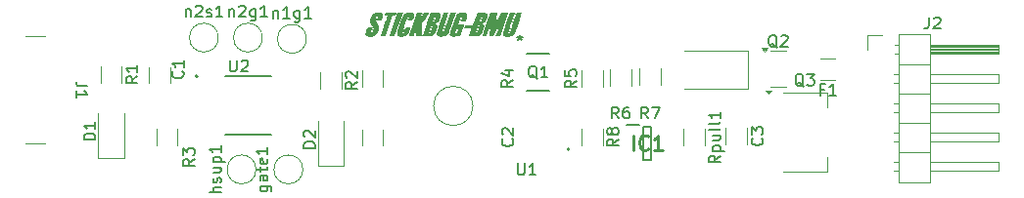
<source format=gbr>
%TF.GenerationSoftware,KiCad,Pcbnew,8.0.6*%
%TF.CreationDate,2024-11-02T11:24:59+01:00*%
%TF.ProjectId,BMU,424d552e-6b69-4636-9164-5f7063625858,rev?*%
%TF.SameCoordinates,Original*%
%TF.FileFunction,Legend,Top*%
%TF.FilePolarity,Positive*%
%FSLAX46Y46*%
G04 Gerber Fmt 4.6, Leading zero omitted, Abs format (unit mm)*
G04 Created by KiCad (PCBNEW 8.0.6) date 2024-11-02 11:24:59*
%MOMM*%
%LPD*%
G01*
G04 APERTURE LIST*
%ADD10C,0.000000*%
%ADD11C,0.150000*%
%ADD12C,0.254000*%
%ADD13C,0.120000*%
%ADD14C,0.200000*%
%ADD15C,0.127000*%
%ADD16C,0.152400*%
G04 APERTURE END LIST*
D10*
G36*
X106710319Y-51598812D02*
G01*
X106732476Y-51599142D01*
X106753836Y-51599675D01*
X106774292Y-51600396D01*
X106793735Y-51601291D01*
X106812057Y-51602345D01*
X106829149Y-51603543D01*
X106844903Y-51604872D01*
X106859209Y-51606317D01*
X106871961Y-51607862D01*
X106883048Y-51609495D01*
X106892363Y-51611200D01*
X106899796Y-51612963D01*
X106905240Y-51614769D01*
X106907182Y-51615684D01*
X106908586Y-51616604D01*
X106909439Y-51617528D01*
X106909726Y-51618454D01*
X106886344Y-51695585D01*
X106822678Y-51889167D01*
X106613392Y-52509923D01*
X106528727Y-52760813D01*
X106493423Y-52866467D01*
X106462525Y-52959902D01*
X106435823Y-53041849D01*
X106413107Y-53113037D01*
X106394168Y-53174198D01*
X106378795Y-53226062D01*
X106366780Y-53269361D01*
X106361965Y-53288026D01*
X106357911Y-53304824D01*
X106354592Y-53319846D01*
X106351980Y-53333183D01*
X106350050Y-53344926D01*
X106348776Y-53355168D01*
X106348132Y-53363998D01*
X106348090Y-53371510D01*
X106348626Y-53377793D01*
X106349712Y-53382939D01*
X106351323Y-53387040D01*
X106353432Y-53390187D01*
X106356013Y-53392472D01*
X106359040Y-53393984D01*
X106362939Y-53395257D01*
X106367196Y-53396295D01*
X106371764Y-53397093D01*
X106376596Y-53397650D01*
X106381645Y-53397960D01*
X106386864Y-53398021D01*
X106392206Y-53397829D01*
X106397625Y-53397380D01*
X106403072Y-53396670D01*
X106408501Y-53395697D01*
X106413865Y-53394455D01*
X106419117Y-53392943D01*
X106424209Y-53391155D01*
X106429096Y-53389089D01*
X106433729Y-53386741D01*
X106438062Y-53384107D01*
X106443571Y-53377267D01*
X106451687Y-53362499D01*
X106475297Y-53310332D01*
X106507993Y-53229921D01*
X106548879Y-53123580D01*
X106651631Y-52842372D01*
X106776377Y-52485229D01*
X107072710Y-51611046D01*
X107299898Y-51603637D01*
X107388528Y-51602248D01*
X107460721Y-51601785D01*
X107488410Y-51601901D01*
X107509299Y-51602248D01*
X107522491Y-51602827D01*
X107525919Y-51603203D01*
X107526793Y-51603413D01*
X107527087Y-51603637D01*
X107436952Y-51873424D01*
X107220876Y-52509923D01*
X107132714Y-52768188D01*
X107061019Y-52974912D01*
X107030559Y-53060927D01*
X107003271Y-53136434D01*
X106978841Y-53202224D01*
X106956954Y-53259091D01*
X106937296Y-53307826D01*
X106919551Y-53349221D01*
X106903405Y-53384069D01*
X106888543Y-53413161D01*
X106874650Y-53437291D01*
X106861413Y-53457249D01*
X106848515Y-53473830D01*
X106835643Y-53487823D01*
X106807894Y-53514413D01*
X106778027Y-53539088D01*
X106746239Y-53561859D01*
X106712725Y-53582738D01*
X106677683Y-53601733D01*
X106641309Y-53618856D01*
X106603801Y-53634117D01*
X106565354Y-53647527D01*
X106526166Y-53659095D01*
X106486433Y-53668833D01*
X106446351Y-53676749D01*
X106406118Y-53682856D01*
X106365931Y-53687164D01*
X106325985Y-53689682D01*
X106286478Y-53690421D01*
X106247606Y-53689392D01*
X106209566Y-53686604D01*
X106172555Y-53682070D01*
X106136769Y-53675797D01*
X106102406Y-53667799D01*
X106069661Y-53658083D01*
X106038731Y-53646662D01*
X106009814Y-53633545D01*
X105983106Y-53618742D01*
X105958803Y-53602265D01*
X105937102Y-53584124D01*
X105918200Y-53564328D01*
X105902294Y-53542889D01*
X105889580Y-53519816D01*
X105880255Y-53495121D01*
X105874516Y-53468813D01*
X105872559Y-53440904D01*
X105878608Y-53406018D01*
X105895942Y-53339155D01*
X105959607Y-53125124D01*
X106053832Y-52830064D01*
X106168893Y-52485229D01*
X106378178Y-51867868D01*
X106441843Y-51678184D01*
X106465226Y-51606107D01*
X106466392Y-51605616D01*
X106469812Y-51605079D01*
X106482936Y-51603907D01*
X106530975Y-51601476D01*
X106601702Y-51599509D01*
X106687476Y-51598698D01*
X106710319Y-51598812D01*
G37*
G36*
X102962254Y-52709986D02*
G01*
X103004855Y-52710132D01*
X103042268Y-52710437D01*
X103074795Y-52710951D01*
X103089319Y-52711303D01*
X103102735Y-52711727D01*
X103115078Y-52712228D01*
X103126388Y-52712813D01*
X103136701Y-52713489D01*
X103146055Y-52714261D01*
X103154487Y-52715137D01*
X103162036Y-52716122D01*
X103168738Y-52717223D01*
X103174631Y-52718445D01*
X103179753Y-52719797D01*
X103182036Y-52720522D01*
X103184140Y-52721283D01*
X103186071Y-52722078D01*
X103187832Y-52722910D01*
X103189428Y-52723778D01*
X103190864Y-52724684D01*
X103192145Y-52725629D01*
X103193276Y-52726612D01*
X103194260Y-52727636D01*
X103195103Y-52728701D01*
X103195810Y-52729807D01*
X103196385Y-52730955D01*
X103196832Y-52732147D01*
X103197157Y-52733383D01*
X103197365Y-52734663D01*
X103197459Y-52735989D01*
X103197445Y-52737361D01*
X103197327Y-52738781D01*
X103197110Y-52740248D01*
X103196799Y-52741765D01*
X103195912Y-52744946D01*
X103194704Y-52748332D01*
X103193213Y-52751929D01*
X103184222Y-52774501D01*
X103173148Y-52802861D01*
X103161611Y-52833536D01*
X103156176Y-52848657D01*
X103151232Y-52863054D01*
X103126538Y-52932198D01*
X102541279Y-52932198D01*
X102580790Y-52821073D01*
X102617832Y-52709948D01*
X102914165Y-52709948D01*
X102962254Y-52709986D01*
G37*
G36*
X96975151Y-52319776D02*
G01*
X96626960Y-53352004D01*
X96520774Y-53660684D01*
X96291115Y-53668093D01*
X96259293Y-53668901D01*
X96230426Y-53669462D01*
X96204402Y-53669764D01*
X96181109Y-53669790D01*
X96160436Y-53669528D01*
X96151046Y-53669283D01*
X96142269Y-53668961D01*
X96134090Y-53668559D01*
X96126496Y-53668076D01*
X96119473Y-53667509D01*
X96113007Y-53666858D01*
X96107083Y-53666120D01*
X96101688Y-53665293D01*
X96096807Y-53664376D01*
X96092427Y-53663366D01*
X96088533Y-53662262D01*
X96085112Y-53661063D01*
X96082149Y-53659766D01*
X96079631Y-53658369D01*
X96077543Y-53656871D01*
X96075872Y-53655270D01*
X96075188Y-53654431D01*
X96074603Y-53653565D01*
X96074115Y-53652672D01*
X96073722Y-53651752D01*
X96073424Y-53650805D01*
X96073216Y-53649831D01*
X96073071Y-53647799D01*
X96073271Y-53645656D01*
X96073805Y-53643398D01*
X96426935Y-52603762D01*
X96770188Y-51598698D01*
X97222096Y-51598698D01*
X96975151Y-52319776D01*
G37*
G36*
X104032968Y-51598998D02*
G01*
X104091935Y-51599938D01*
X104145810Y-51601580D01*
X104194880Y-51603985D01*
X104239436Y-51607214D01*
X104279768Y-51611330D01*
X104316163Y-51616394D01*
X104332975Y-51619300D01*
X104348912Y-51622467D01*
X104364010Y-51625901D01*
X104378304Y-51629610D01*
X104391832Y-51633603D01*
X104404629Y-51637886D01*
X104416731Y-51642468D01*
X104428175Y-51647356D01*
X104438997Y-51652558D01*
X104449233Y-51658081D01*
X104458919Y-51663933D01*
X104468092Y-51670122D01*
X104476786Y-51676656D01*
X104485040Y-51683542D01*
X104492888Y-51690788D01*
X104500368Y-51698402D01*
X104507514Y-51706390D01*
X104514364Y-51714762D01*
X104525620Y-51730427D01*
X104535307Y-51746088D01*
X104543416Y-51761974D01*
X104549940Y-51778312D01*
X104554873Y-51795330D01*
X104558207Y-51813255D01*
X104559935Y-51832317D01*
X104560050Y-51852742D01*
X104558544Y-51874759D01*
X104555410Y-51898596D01*
X104550641Y-51924480D01*
X104544230Y-51952639D01*
X104536169Y-51983302D01*
X104526452Y-52016695D01*
X104515071Y-52053048D01*
X104502018Y-52092587D01*
X104486891Y-52135823D01*
X104471984Y-52175825D01*
X104457172Y-52212774D01*
X104442327Y-52246850D01*
X104427323Y-52278236D01*
X104412033Y-52307111D01*
X104396330Y-52333656D01*
X104388285Y-52346111D01*
X104380089Y-52358052D01*
X104371727Y-52369502D01*
X104363182Y-52380481D01*
X104354440Y-52391014D01*
X104345483Y-52401123D01*
X104336297Y-52410830D01*
X104326865Y-52420159D01*
X104317172Y-52429131D01*
X104307202Y-52437769D01*
X104296939Y-52446097D01*
X104286366Y-52454135D01*
X104264233Y-52469438D01*
X104240673Y-52483858D01*
X104215562Y-52497576D01*
X104099499Y-52554373D01*
X104183459Y-52621048D01*
X104202556Y-52636956D01*
X104219088Y-52652577D01*
X104233037Y-52668379D01*
X104244385Y-52684829D01*
X104253115Y-52702393D01*
X104259207Y-52721538D01*
X104262644Y-52742730D01*
X104263408Y-52766437D01*
X104261480Y-52793124D01*
X104256844Y-52823258D01*
X104249479Y-52857306D01*
X104239369Y-52895735D01*
X104226496Y-52939011D01*
X104210841Y-52987602D01*
X104171113Y-53102590D01*
X104150463Y-53159981D01*
X104130931Y-53212022D01*
X104112245Y-53259093D01*
X104094135Y-53301573D01*
X104076329Y-53339843D01*
X104058555Y-53374282D01*
X104049595Y-53390183D01*
X104040542Y-53405270D01*
X104031361Y-53419588D01*
X104022019Y-53433187D01*
X104012482Y-53446112D01*
X104002715Y-53458412D01*
X103992686Y-53470135D01*
X103982359Y-53481326D01*
X103971701Y-53492035D01*
X103960678Y-53502309D01*
X103949256Y-53512194D01*
X103937402Y-53521739D01*
X103925081Y-53530991D01*
X103912260Y-53539998D01*
X103884979Y-53557464D01*
X103855290Y-53574518D01*
X103822920Y-53591540D01*
X103778586Y-53612959D01*
X103758372Y-53621812D01*
X103738651Y-53629546D01*
X103718813Y-53636253D01*
X103698252Y-53642024D01*
X103676360Y-53646947D01*
X103652529Y-53651115D01*
X103626151Y-53654617D01*
X103596619Y-53657545D01*
X103525661Y-53662035D01*
X103434794Y-53665310D01*
X103319154Y-53668093D01*
X103266218Y-53669335D01*
X103218389Y-53670273D01*
X103175451Y-53670892D01*
X103137187Y-53671179D01*
X103103379Y-53671119D01*
X103073811Y-53670697D01*
X103048265Y-53669899D01*
X103036933Y-53669354D01*
X103026525Y-53668710D01*
X103017014Y-53667965D01*
X103008373Y-53667116D01*
X103000575Y-53666163D01*
X102993592Y-53665102D01*
X102987398Y-53663934D01*
X102981966Y-53662655D01*
X102977268Y-53661263D01*
X102973277Y-53659758D01*
X102969967Y-53658137D01*
X102967309Y-53656399D01*
X102965277Y-53654541D01*
X102963843Y-53652562D01*
X102963343Y-53651527D01*
X102962981Y-53650460D01*
X102962664Y-53648234D01*
X102962864Y-53645880D01*
X102963554Y-53643398D01*
X103048953Y-53391980D01*
X103513369Y-53391980D01*
X103513560Y-53394871D01*
X103514240Y-53396454D01*
X103515006Y-53397105D01*
X103515912Y-53397671D01*
X103518127Y-53398552D01*
X103520849Y-53399107D01*
X103524041Y-53399348D01*
X103527666Y-53399284D01*
X103531690Y-53398928D01*
X103536075Y-53398290D01*
X103540786Y-53397380D01*
X103545787Y-53396210D01*
X103551040Y-53394790D01*
X103556511Y-53393131D01*
X103562162Y-53391245D01*
X103567959Y-53389141D01*
X103573863Y-53386832D01*
X103579841Y-53384326D01*
X103585854Y-53381637D01*
X103594901Y-53376939D01*
X103603598Y-53371026D01*
X103612056Y-53363666D01*
X103620387Y-53354627D01*
X103628704Y-53343679D01*
X103637119Y-53330589D01*
X103645743Y-53315126D01*
X103654690Y-53297059D01*
X103664070Y-53276155D01*
X103673997Y-53252184D01*
X103695937Y-53194114D01*
X103721408Y-53120995D01*
X103751307Y-53030976D01*
X103767521Y-52981732D01*
X103781934Y-52937523D01*
X103794596Y-52898060D01*
X103805558Y-52863054D01*
X103814870Y-52832215D01*
X103822583Y-52805253D01*
X103825856Y-52793137D01*
X103828748Y-52781881D01*
X103831266Y-52771449D01*
X103833416Y-52761807D01*
X103835204Y-52752916D01*
X103836636Y-52744742D01*
X103837720Y-52737248D01*
X103838461Y-52730398D01*
X103838865Y-52724156D01*
X103838939Y-52718485D01*
X103838690Y-52713350D01*
X103838123Y-52708714D01*
X103837245Y-52704540D01*
X103836062Y-52700794D01*
X103834581Y-52697438D01*
X103832808Y-52694437D01*
X103830748Y-52691754D01*
X103828410Y-52689354D01*
X103825798Y-52687199D01*
X103822920Y-52685254D01*
X103812804Y-52678837D01*
X103803686Y-52673509D01*
X103795465Y-52669318D01*
X103791659Y-52667662D01*
X103788040Y-52666309D01*
X103784594Y-52665262D01*
X103781309Y-52664529D01*
X103778173Y-52664116D01*
X103775172Y-52664027D01*
X103772294Y-52664270D01*
X103769526Y-52664849D01*
X103766856Y-52665771D01*
X103764272Y-52667042D01*
X103761759Y-52668667D01*
X103759306Y-52670652D01*
X103756900Y-52673004D01*
X103754529Y-52675728D01*
X103752179Y-52678830D01*
X103749838Y-52682316D01*
X103747494Y-52686191D01*
X103745133Y-52690463D01*
X103740313Y-52700216D01*
X103735275Y-52711622D01*
X103729919Y-52724728D01*
X103724143Y-52739582D01*
X103672887Y-52885804D01*
X103628490Y-53014809D01*
X103591097Y-53126045D01*
X103560851Y-53218962D01*
X103537897Y-53293012D01*
X103522381Y-53347644D01*
X103517458Y-53367506D01*
X103514447Y-53382308D01*
X103513369Y-53391980D01*
X103048953Y-53391980D01*
X103316685Y-52603762D01*
X103380767Y-52414765D01*
X103848352Y-52414765D01*
X103848420Y-52419107D01*
X103848742Y-52422963D01*
X103849312Y-52426348D01*
X103850129Y-52429277D01*
X103851189Y-52431766D01*
X103852487Y-52433829D01*
X103854020Y-52435483D01*
X103855785Y-52436743D01*
X103857777Y-52437623D01*
X103859994Y-52438141D01*
X103862432Y-52438309D01*
X103866304Y-52438081D01*
X103870491Y-52437408D01*
X103874960Y-52436307D01*
X103879679Y-52434798D01*
X103884615Y-52432898D01*
X103889735Y-52430626D01*
X103895008Y-52427999D01*
X103900399Y-52425036D01*
X103905878Y-52421755D01*
X103911411Y-52418173D01*
X103916965Y-52414309D01*
X103922509Y-52410181D01*
X103928009Y-52405807D01*
X103933433Y-52401205D01*
X103938749Y-52396393D01*
X103943923Y-52391390D01*
X103954952Y-52377544D01*
X103967441Y-52357020D01*
X103981059Y-52330781D01*
X103995473Y-52299789D01*
X104010350Y-52265006D01*
X104025357Y-52227394D01*
X104054431Y-52147532D01*
X104080032Y-52067902D01*
X104090698Y-52030580D01*
X104099498Y-51996202D01*
X104106098Y-51965730D01*
X104110167Y-51940128D01*
X104111370Y-51920357D01*
X104110793Y-51912959D01*
X104109376Y-51907379D01*
X104107606Y-51903328D01*
X104105553Y-51899509D01*
X104103234Y-51895925D01*
X104100670Y-51892577D01*
X104097880Y-51889465D01*
X104094883Y-51886592D01*
X104091699Y-51883958D01*
X104088347Y-51881565D01*
X104084847Y-51879415D01*
X104081218Y-51877509D01*
X104077479Y-51875847D01*
X104073651Y-51874432D01*
X104069752Y-51873265D01*
X104065802Y-51872347D01*
X104061820Y-51871679D01*
X104057826Y-51871263D01*
X104053840Y-51871101D01*
X104049880Y-51871193D01*
X104045966Y-51871541D01*
X104042117Y-51872146D01*
X104038354Y-51873010D01*
X104034695Y-51874134D01*
X104031160Y-51875519D01*
X104027769Y-51877167D01*
X104024540Y-51879079D01*
X104021493Y-51881256D01*
X104018648Y-51883700D01*
X104016024Y-51886413D01*
X104013641Y-51889395D01*
X104011518Y-51892647D01*
X104009674Y-51896172D01*
X104008129Y-51899971D01*
X103996553Y-51932189D01*
X103974791Y-51996588D01*
X103911820Y-52183957D01*
X103899979Y-52219369D01*
X103889441Y-52251606D01*
X103880176Y-52280789D01*
X103872155Y-52307043D01*
X103865349Y-52330489D01*
X103859730Y-52351252D01*
X103857357Y-52360665D01*
X103855269Y-52369453D01*
X103853463Y-52377632D01*
X103851936Y-52385216D01*
X103850684Y-52392222D01*
X103849703Y-52398664D01*
X103848990Y-52404559D01*
X103848541Y-52409920D01*
X103848352Y-52414765D01*
X103380767Y-52414765D01*
X103657468Y-51598698D01*
X103968617Y-51598698D01*
X104032968Y-51598998D01*
G37*
G36*
X95166809Y-51585435D02*
G01*
X95212914Y-51589463D01*
X95257344Y-51595612D01*
X95299546Y-51603786D01*
X95338966Y-51613891D01*
X95375051Y-51625835D01*
X95391670Y-51632466D01*
X95407247Y-51639521D01*
X95421714Y-51646989D01*
X95435002Y-51654858D01*
X95447040Y-51663115D01*
X95457760Y-51671750D01*
X95467093Y-51680749D01*
X95474970Y-51690103D01*
X95481321Y-51699798D01*
X95486077Y-51709823D01*
X95491110Y-51724459D01*
X95495086Y-51739741D01*
X95497992Y-51755798D01*
X95499813Y-51772756D01*
X95500534Y-51790740D01*
X95500141Y-51809879D01*
X95498619Y-51830299D01*
X95495954Y-51852125D01*
X95492132Y-51875485D01*
X95487138Y-51900506D01*
X95480957Y-51927314D01*
X95473575Y-51956035D01*
X95455151Y-52019724D01*
X95431749Y-52092587D01*
X95360135Y-52302490D01*
X95160110Y-52309898D01*
X95139523Y-52310681D01*
X95119504Y-52311186D01*
X95100158Y-52311423D01*
X95081589Y-52311403D01*
X95063904Y-52311137D01*
X95047205Y-52310636D01*
X95031599Y-52309911D01*
X95017191Y-52308972D01*
X95004085Y-52307831D01*
X94992386Y-52306498D01*
X94982198Y-52304984D01*
X94973628Y-52303300D01*
X94966780Y-52301457D01*
X94964034Y-52300479D01*
X94961759Y-52299466D01*
X94959966Y-52298418D01*
X94958669Y-52297337D01*
X94957881Y-52296224D01*
X94957616Y-52295082D01*
X94958850Y-52286887D01*
X94962400Y-52272123D01*
X94968034Y-52251630D01*
X94975519Y-52226246D01*
X94995120Y-52164163D01*
X95006773Y-52129142D01*
X95019352Y-52092587D01*
X95044475Y-52019227D01*
X95054355Y-51989547D01*
X95062451Y-51964099D01*
X95065832Y-51952860D01*
X95068768Y-51942558D01*
X95071260Y-51933150D01*
X95073308Y-51924598D01*
X95074913Y-51916859D01*
X95076076Y-51909893D01*
X95076796Y-51903660D01*
X95077075Y-51898119D01*
X95076912Y-51893228D01*
X95076309Y-51888949D01*
X95075265Y-51885238D01*
X95074578Y-51883584D01*
X95073781Y-51882057D01*
X95072874Y-51880653D01*
X95071857Y-51879365D01*
X95070731Y-51878189D01*
X95069495Y-51877120D01*
X95066694Y-51875282D01*
X95063454Y-51873810D01*
X95059778Y-51872664D01*
X95055663Y-51871802D01*
X95051112Y-51871185D01*
X95046125Y-51870771D01*
X95034843Y-51870392D01*
X95021821Y-51870337D01*
X95015593Y-51870633D01*
X95009412Y-51871514D01*
X95003284Y-51872974D01*
X94997214Y-51875006D01*
X94991204Y-51877602D01*
X94985261Y-51880755D01*
X94973590Y-51888704D01*
X94962237Y-51898794D01*
X94951239Y-51910967D01*
X94940632Y-51925167D01*
X94930452Y-51941334D01*
X94920734Y-51959411D01*
X94911516Y-51979340D01*
X94902833Y-52001063D01*
X94894722Y-52024523D01*
X94887218Y-52049661D01*
X94880359Y-52076420D01*
X94874179Y-52104741D01*
X94868716Y-52134568D01*
X94865938Y-52154695D01*
X94864206Y-52173693D01*
X94863697Y-52191997D01*
X94864587Y-52210040D01*
X94867055Y-52228257D01*
X94871277Y-52247082D01*
X94877430Y-52266948D01*
X94885693Y-52288291D01*
X94896242Y-52311543D01*
X94909254Y-52337139D01*
X94924907Y-52365514D01*
X94943378Y-52397101D01*
X94989482Y-52471647D01*
X95048985Y-52564251D01*
X95074315Y-52604811D01*
X95096628Y-52642516D01*
X95115975Y-52677812D01*
X95132406Y-52711144D01*
X95145972Y-52742957D01*
X95156724Y-52773696D01*
X95164713Y-52803805D01*
X95167686Y-52818762D01*
X95169988Y-52833729D01*
X95171624Y-52848761D01*
X95172601Y-52863914D01*
X95172602Y-52894805D01*
X95170042Y-52926845D01*
X95164972Y-52960481D01*
X95157442Y-52996157D01*
X95147502Y-53034318D01*
X95135205Y-53075410D01*
X95120599Y-53119876D01*
X95103735Y-53169338D01*
X95087319Y-53215070D01*
X95071222Y-53257279D01*
X95055313Y-53296171D01*
X95039462Y-53331952D01*
X95023538Y-53364829D01*
X95007412Y-53395006D01*
X94990953Y-53422692D01*
X94982558Y-53435664D01*
X94974031Y-53448091D01*
X94965356Y-53459998D01*
X94956516Y-53471410D01*
X94947495Y-53482354D01*
X94938277Y-53492856D01*
X94928846Y-53502940D01*
X94919185Y-53512633D01*
X94909278Y-53521961D01*
X94899109Y-53530950D01*
X94888661Y-53539624D01*
X94877918Y-53548011D01*
X94855483Y-53564023D01*
X94831674Y-53579193D01*
X94801021Y-53597138D01*
X94769342Y-53613482D01*
X94736768Y-53628245D01*
X94703432Y-53641445D01*
X94669464Y-53653102D01*
X94634997Y-53663236D01*
X94600161Y-53671867D01*
X94565090Y-53679012D01*
X94529913Y-53684693D01*
X94494763Y-53688928D01*
X94459771Y-53691737D01*
X94425069Y-53693139D01*
X94390789Y-53693154D01*
X94357061Y-53691801D01*
X94324018Y-53689100D01*
X94291792Y-53685070D01*
X94260513Y-53679730D01*
X94230313Y-53673101D01*
X94201324Y-53665201D01*
X94173678Y-53656049D01*
X94147506Y-53645666D01*
X94122939Y-53634071D01*
X94100110Y-53621283D01*
X94079149Y-53607321D01*
X94060189Y-53592206D01*
X94043361Y-53575956D01*
X94028797Y-53558591D01*
X94016627Y-53540130D01*
X94006984Y-53520593D01*
X94000000Y-53500000D01*
X93995805Y-53478369D01*
X93994532Y-53455720D01*
X93995016Y-53447444D01*
X93996437Y-53436626D01*
X94001902Y-53408068D01*
X94010550Y-53371465D01*
X94022005Y-53328235D01*
X94035891Y-53279797D01*
X94051831Y-53227567D01*
X94069450Y-53172964D01*
X94088371Y-53117407D01*
X94179741Y-52845768D01*
X94384704Y-52838359D01*
X94425310Y-52836845D01*
X94463225Y-52835967D01*
X94497609Y-52835668D01*
X94527624Y-52835890D01*
X94552429Y-52836575D01*
X94562616Y-52837073D01*
X94571186Y-52837665D01*
X94578034Y-52838344D01*
X94583056Y-52839102D01*
X94586146Y-52839933D01*
X94586933Y-52840373D01*
X94587199Y-52840829D01*
X94585636Y-52847046D01*
X94581180Y-52861395D01*
X94564974Y-52910899D01*
X94513116Y-53068018D01*
X94495379Y-53121728D01*
X94480145Y-53169993D01*
X94467428Y-53212985D01*
X94462019Y-53232556D01*
X94457244Y-53250872D01*
X94453106Y-53267955D01*
X94449607Y-53283826D01*
X94446748Y-53298505D01*
X94444531Y-53312015D01*
X94442957Y-53324376D01*
X94442030Y-53335611D01*
X94441750Y-53345739D01*
X94442119Y-53354782D01*
X94443139Y-53362762D01*
X94444813Y-53369699D01*
X94447141Y-53375616D01*
X94448551Y-53378198D01*
X94450126Y-53380533D01*
X94451865Y-53382623D01*
X94453768Y-53384471D01*
X94455837Y-53386080D01*
X94458072Y-53387452D01*
X94460471Y-53388590D01*
X94463037Y-53389497D01*
X94465768Y-53390175D01*
X94468666Y-53390627D01*
X94474960Y-53390864D01*
X94481922Y-53390229D01*
X94489553Y-53388743D01*
X94497855Y-53386426D01*
X94506830Y-53383302D01*
X94516480Y-53379390D01*
X94526806Y-53374712D01*
X94537810Y-53369290D01*
X94544753Y-53365156D01*
X94551681Y-53360179D01*
X94558581Y-53354384D01*
X94565437Y-53347798D01*
X94572235Y-53340444D01*
X94578961Y-53332349D01*
X94585600Y-53323538D01*
X94592138Y-53314036D01*
X94598560Y-53303868D01*
X94604852Y-53293060D01*
X94610999Y-53281637D01*
X94616987Y-53269625D01*
X94622801Y-53257048D01*
X94628427Y-53243932D01*
X94633851Y-53230302D01*
X94639057Y-53216184D01*
X94651947Y-53178072D01*
X94662763Y-53143032D01*
X94671402Y-53110545D01*
X94677758Y-53080095D01*
X94681727Y-53051164D01*
X94683203Y-53023235D01*
X94682974Y-53009484D01*
X94682083Y-52995791D01*
X94680516Y-52982089D01*
X94678260Y-52968314D01*
X94675302Y-52954402D01*
X94671630Y-52940287D01*
X94662088Y-52911193D01*
X94649529Y-52880515D01*
X94633848Y-52847736D01*
X94614941Y-52812337D01*
X94592702Y-52773802D01*
X94567027Y-52731613D01*
X94537810Y-52685254D01*
X94507820Y-52636965D01*
X94479392Y-52589254D01*
X94453164Y-52543396D01*
X94429772Y-52500663D01*
X94409852Y-52462329D01*
X94394042Y-52429666D01*
X94387877Y-52415860D01*
X94382978Y-52403949D01*
X94379424Y-52394093D01*
X94377296Y-52386451D01*
X94375436Y-52369962D01*
X94376187Y-52347837D01*
X94379326Y-52320807D01*
X94384627Y-52289603D01*
X94391868Y-52254954D01*
X94400823Y-52217593D01*
X94422981Y-52137655D01*
X94449306Y-52055632D01*
X94463470Y-52015667D01*
X94478003Y-51977372D01*
X94492681Y-51941480D01*
X94507280Y-51908720D01*
X94521574Y-51879823D01*
X94535341Y-51855521D01*
X94548964Y-51834544D01*
X94563879Y-51814225D01*
X94580046Y-51794586D01*
X94597424Y-51775649D01*
X94615974Y-51757436D01*
X94635657Y-51739968D01*
X94656432Y-51723267D01*
X94678260Y-51707354D01*
X94701100Y-51692251D01*
X94724914Y-51677981D01*
X94749661Y-51664564D01*
X94775301Y-51652023D01*
X94801795Y-51640379D01*
X94829103Y-51629653D01*
X94857185Y-51619868D01*
X94886002Y-51611046D01*
X94908027Y-51605372D01*
X94930533Y-51600380D01*
X94976710Y-51592399D01*
X95023980Y-51587008D01*
X95071789Y-51584113D01*
X95119583Y-51583620D01*
X95166809Y-51585435D01*
G37*
G36*
X102418211Y-51583880D02*
G01*
X102454849Y-51585425D01*
X102490792Y-51588273D01*
X102525700Y-51592404D01*
X102559234Y-51597802D01*
X102591054Y-51604447D01*
X102620819Y-51612323D01*
X102648189Y-51621410D01*
X102672824Y-51631692D01*
X102694385Y-51643148D01*
X102716585Y-51656712D01*
X102735979Y-51670741D01*
X102752595Y-51685531D01*
X102766461Y-51701373D01*
X102772373Y-51709781D01*
X102777608Y-51718561D01*
X102782170Y-51727751D01*
X102786063Y-51737388D01*
X102789290Y-51747507D01*
X102791855Y-51758146D01*
X102795014Y-51781129D01*
X102795569Y-51806629D01*
X102793548Y-51834940D01*
X102788981Y-51866355D01*
X102781896Y-51901167D01*
X102772322Y-51939668D01*
X102760288Y-51982152D01*
X102745824Y-52028912D01*
X102728957Y-52080240D01*
X102644996Y-52327184D01*
X102444971Y-52334593D01*
X102424384Y-52335376D01*
X102404365Y-52335880D01*
X102385019Y-52336117D01*
X102366450Y-52336098D01*
X102348764Y-52335832D01*
X102332066Y-52335331D01*
X102316460Y-52334605D01*
X102302052Y-52333667D01*
X102288945Y-52332525D01*
X102277246Y-52331192D01*
X102267059Y-52329679D01*
X102258489Y-52327995D01*
X102251641Y-52326152D01*
X102248895Y-52325174D01*
X102246619Y-52324160D01*
X102244826Y-52323112D01*
X102243530Y-52322031D01*
X102242742Y-52320919D01*
X102242476Y-52319776D01*
X102243711Y-52311582D01*
X102247261Y-52296818D01*
X102252894Y-52276324D01*
X102260380Y-52250940D01*
X102279981Y-52188857D01*
X102291634Y-52153836D01*
X102304212Y-52117282D01*
X102317264Y-52078290D01*
X102328641Y-52043570D01*
X102338347Y-52012880D01*
X102342575Y-51998970D01*
X102346386Y-51985977D01*
X102349781Y-51973870D01*
X102352760Y-51962619D01*
X102355324Y-51952194D01*
X102357474Y-51942564D01*
X102359210Y-51933699D01*
X102360531Y-51925569D01*
X102361440Y-51918143D01*
X102361936Y-51911392D01*
X102362019Y-51905284D01*
X102361690Y-51899790D01*
X102360950Y-51894880D01*
X102360426Y-51892634D01*
X102359799Y-51890522D01*
X102359069Y-51888541D01*
X102358237Y-51886687D01*
X102357302Y-51884956D01*
X102356265Y-51883345D01*
X102355126Y-51881849D01*
X102353884Y-51880464D01*
X102352540Y-51879188D01*
X102351093Y-51878016D01*
X102349544Y-51876944D01*
X102347894Y-51875969D01*
X102344286Y-51874293D01*
X102340270Y-51872958D01*
X102335847Y-51871934D01*
X102331017Y-51871190D01*
X102325780Y-51870696D01*
X102320138Y-51870422D01*
X102314090Y-51870337D01*
X102311095Y-51870417D01*
X102308128Y-51870655D01*
X102305191Y-51871051D01*
X102302283Y-51871606D01*
X102299403Y-51872317D01*
X102296553Y-51873186D01*
X102290939Y-51875392D01*
X102285441Y-51878220D01*
X102280058Y-51881667D01*
X102274791Y-51885728D01*
X102269640Y-51890401D01*
X102264605Y-51895682D01*
X102259685Y-51901567D01*
X102254881Y-51908052D01*
X102250193Y-51915134D01*
X102245621Y-51922810D01*
X102241164Y-51931075D01*
X102236823Y-51939926D01*
X102232598Y-51949359D01*
X102136136Y-52219995D01*
X101972072Y-52699453D01*
X101817269Y-53161316D01*
X101767359Y-53314895D01*
X101748587Y-53379168D01*
X101748843Y-53382069D01*
X101749593Y-53384754D01*
X101750809Y-53387224D01*
X101752465Y-53389479D01*
X101754533Y-53391522D01*
X101756987Y-53393351D01*
X101759798Y-53394969D01*
X101762941Y-53396377D01*
X101766387Y-53397574D01*
X101770111Y-53398563D01*
X101774083Y-53399343D01*
X101778279Y-53399917D01*
X101787228Y-53400446D01*
X101796742Y-53400158D01*
X101806602Y-53399059D01*
X101816594Y-53397158D01*
X101826498Y-53394461D01*
X101836098Y-53390975D01*
X101840717Y-53388938D01*
X101845178Y-53386707D01*
X101849455Y-53384283D01*
X101853520Y-53381666D01*
X101857346Y-53378857D01*
X101860906Y-53375858D01*
X101864174Y-53372668D01*
X101867121Y-53369290D01*
X101872096Y-53361025D01*
X101879371Y-53346120D01*
X101899378Y-53300145D01*
X101924246Y-53238892D01*
X101951082Y-53169882D01*
X101976992Y-53100641D01*
X101999081Y-53038693D01*
X102014458Y-52991561D01*
X102018724Y-52975903D01*
X102020226Y-52966770D01*
X102020176Y-52966307D01*
X102020027Y-52965845D01*
X102019782Y-52965385D01*
X102019445Y-52964928D01*
X102018501Y-52964025D01*
X102017216Y-52963143D01*
X102015614Y-52962291D01*
X102013715Y-52961475D01*
X102011541Y-52960702D01*
X102009114Y-52959980D01*
X102006455Y-52959315D01*
X102003586Y-52958716D01*
X102000530Y-52958189D01*
X101997307Y-52957742D01*
X101993939Y-52957381D01*
X101990448Y-52957115D01*
X101986856Y-52956949D01*
X101983184Y-52956893D01*
X101974966Y-52956522D01*
X101967910Y-52955316D01*
X101962018Y-52953133D01*
X101959510Y-52951631D01*
X101957294Y-52949832D01*
X101955371Y-52947718D01*
X101953742Y-52945272D01*
X101952407Y-52942476D01*
X101951366Y-52939312D01*
X101950170Y-52931812D01*
X101950156Y-52922629D01*
X101951328Y-52911623D01*
X101953691Y-52898653D01*
X101957248Y-52883578D01*
X101962001Y-52866256D01*
X101967956Y-52846547D01*
X101975115Y-52824310D01*
X101993062Y-52771684D01*
X102037512Y-52648212D01*
X102267171Y-52640804D01*
X102313535Y-52640220D01*
X102357498Y-52640302D01*
X102398046Y-52641021D01*
X102434167Y-52642347D01*
X102464847Y-52644252D01*
X102477830Y-52645413D01*
X102489073Y-52646707D01*
X102498450Y-52648132D01*
X102505834Y-52649683D01*
X102511098Y-52651357D01*
X102512895Y-52652239D01*
X102514115Y-52653151D01*
X102515054Y-52657591D01*
X102514221Y-52667027D01*
X102507555Y-52699800D01*
X102494755Y-52749300D01*
X102476456Y-52813356D01*
X102425910Y-52976455D01*
X102361010Y-53171734D01*
X102185679Y-53673032D01*
X102079493Y-53673032D01*
X102065250Y-53672915D01*
X102052136Y-53672559D01*
X102045993Y-53672289D01*
X102040122Y-53671957D01*
X102034518Y-53671562D01*
X102029178Y-53671102D01*
X102024099Y-53670578D01*
X102019276Y-53669987D01*
X102014707Y-53669329D01*
X102010387Y-53668604D01*
X102006313Y-53667810D01*
X102002482Y-53666946D01*
X101998889Y-53666012D01*
X101995532Y-53665006D01*
X101992406Y-53663928D01*
X101989508Y-53662776D01*
X101986834Y-53661551D01*
X101984381Y-53660250D01*
X101982145Y-53658874D01*
X101980122Y-53657420D01*
X101978309Y-53655889D01*
X101976702Y-53654279D01*
X101975298Y-53652590D01*
X101974093Y-53650820D01*
X101973083Y-53648968D01*
X101972265Y-53647035D01*
X101971635Y-53645018D01*
X101971190Y-53642917D01*
X101970925Y-53640731D01*
X101970837Y-53638459D01*
X101970367Y-53627577D01*
X101969771Y-53622655D01*
X101968927Y-53618077D01*
X101967831Y-53613843D01*
X101966475Y-53609951D01*
X101964855Y-53606401D01*
X101962966Y-53603193D01*
X101960802Y-53600324D01*
X101958357Y-53597794D01*
X101955627Y-53595603D01*
X101952606Y-53593749D01*
X101949288Y-53592231D01*
X101945668Y-53591049D01*
X101941740Y-53590202D01*
X101937500Y-53589688D01*
X101932941Y-53589507D01*
X101928058Y-53589658D01*
X101917300Y-53590951D01*
X101905182Y-53593562D01*
X101891661Y-53597482D01*
X101876692Y-53602704D01*
X101860233Y-53609221D01*
X101842240Y-53617026D01*
X101822671Y-53626112D01*
X101794118Y-53639251D01*
X101766722Y-53650893D01*
X101740369Y-53661045D01*
X101714941Y-53669713D01*
X101690324Y-53676906D01*
X101666401Y-53682630D01*
X101643057Y-53686892D01*
X101620176Y-53689700D01*
X101597643Y-53691062D01*
X101575341Y-53690983D01*
X101553154Y-53689472D01*
X101530968Y-53686536D01*
X101508666Y-53682182D01*
X101486132Y-53676417D01*
X101463251Y-53669249D01*
X101439907Y-53660684D01*
X101418570Y-53652281D01*
X101398978Y-53643692D01*
X101381078Y-53634851D01*
X101364820Y-53625688D01*
X101357292Y-53620964D01*
X101350154Y-53616134D01*
X101343403Y-53611189D01*
X101337030Y-53606120D01*
X101331029Y-53600920D01*
X101325395Y-53595579D01*
X101320121Y-53590088D01*
X101315200Y-53584440D01*
X101310627Y-53578626D01*
X101306394Y-53572636D01*
X101302496Y-53566463D01*
X101298927Y-53560098D01*
X101295679Y-53553532D01*
X101292747Y-53546757D01*
X101290124Y-53539763D01*
X101287805Y-53532543D01*
X101285781Y-53525088D01*
X101284049Y-53517390D01*
X101282600Y-53509439D01*
X101281428Y-53501227D01*
X101279893Y-53483986D01*
X101279393Y-53465598D01*
X101285093Y-53433048D01*
X101301261Y-53372348D01*
X101359418Y-53182615D01*
X101539919Y-52642656D01*
X101731533Y-52103623D01*
X101803581Y-51915048D01*
X101828778Y-51855100D01*
X101844895Y-51823418D01*
X101859517Y-51803995D01*
X101874702Y-51785527D01*
X101890496Y-51767985D01*
X101906940Y-51751341D01*
X101924079Y-51735564D01*
X101941956Y-51720627D01*
X101960615Y-51706500D01*
X101980098Y-51693155D01*
X102000449Y-51680561D01*
X102021712Y-51668692D01*
X102043929Y-51657516D01*
X102067146Y-51647007D01*
X102091404Y-51637134D01*
X102116747Y-51627869D01*
X102143219Y-51619182D01*
X102170862Y-51611046D01*
X102202841Y-51602969D01*
X102236505Y-51596321D01*
X102271515Y-51591083D01*
X102307531Y-51587239D01*
X102344212Y-51584769D01*
X102381219Y-51583655D01*
X102418211Y-51583880D01*
G37*
G36*
X98661966Y-51598812D02*
G01*
X98683742Y-51599142D01*
X98704772Y-51599675D01*
X98724946Y-51600396D01*
X98744150Y-51601291D01*
X98762272Y-51602345D01*
X98779200Y-51603543D01*
X98794823Y-51604872D01*
X98809028Y-51606317D01*
X98821703Y-51607862D01*
X98832735Y-51609495D01*
X98842013Y-51611200D01*
X98849424Y-51612963D01*
X98854857Y-51614769D01*
X98856796Y-51615684D01*
X98858199Y-51616604D01*
X98859051Y-51617528D01*
X98859338Y-51618454D01*
X98857322Y-51628081D01*
X98851543Y-51648705D01*
X98830322Y-51717849D01*
X98798913Y-51815701D01*
X98760559Y-51932073D01*
X98740833Y-51990896D01*
X98722669Y-52046131D01*
X98706473Y-52096504D01*
X98692650Y-52140741D01*
X98681605Y-52177571D01*
X98673743Y-52205719D01*
X98671133Y-52216139D01*
X98669470Y-52223911D01*
X98668806Y-52228877D01*
X98668864Y-52230257D01*
X98669190Y-52230876D01*
X98670678Y-52230121D01*
X98674144Y-52226111D01*
X98686592Y-52208960D01*
X98730618Y-52142593D01*
X98794553Y-52041964D01*
X98871685Y-51917257D01*
X99069240Y-51598698D01*
X99274204Y-51598698D01*
X99314810Y-51598925D01*
X99352725Y-51599586D01*
X99387109Y-51600652D01*
X99417123Y-51602094D01*
X99430230Y-51602947D01*
X99441929Y-51603883D01*
X99452116Y-51604899D01*
X99460686Y-51605991D01*
X99467534Y-51607155D01*
X99472556Y-51608388D01*
X99474349Y-51609029D01*
X99475645Y-51609686D01*
X99476433Y-51610358D01*
X99476699Y-51611046D01*
X99470655Y-51623219D01*
X99453355Y-51652872D01*
X99389960Y-51756743D01*
X99182835Y-52087648D01*
X98888971Y-52549434D01*
X98871685Y-53043323D01*
X98865357Y-53240300D01*
X98858103Y-53411579D01*
X98854418Y-53481867D01*
X98850849Y-53538871D01*
X98847511Y-53580307D01*
X98844521Y-53603887D01*
X98829704Y-53673032D01*
X98340754Y-53673032D01*
X98353101Y-53581662D01*
X98364257Y-53500547D01*
X98375210Y-53413817D01*
X98385527Y-53325814D01*
X98394773Y-53240879D01*
X98402514Y-53163352D01*
X98408317Y-53097574D01*
X98411746Y-53047886D01*
X98412368Y-53018629D01*
X98412055Y-53014481D01*
X98411668Y-53013105D01*
X98411134Y-53012185D01*
X98410454Y-53011714D01*
X98409634Y-53011684D01*
X98407584Y-53012918D01*
X98405013Y-53015831D01*
X98401950Y-53020365D01*
X98398425Y-53026462D01*
X98394465Y-53034063D01*
X98385359Y-53053548D01*
X98374863Y-53078358D01*
X98363211Y-53108030D01*
X98350632Y-53142101D01*
X98289822Y-53316506D01*
X98227160Y-53492762D01*
X98162954Y-53673032D01*
X97943174Y-53673032D01*
X97898989Y-53672805D01*
X97857785Y-53672144D01*
X97820459Y-53671078D01*
X97787907Y-53669636D01*
X97761028Y-53667847D01*
X97749996Y-53666831D01*
X97740718Y-53665739D01*
X97733306Y-53664575D01*
X97727874Y-53663342D01*
X97725935Y-53662701D01*
X97724532Y-53662044D01*
X97723680Y-53661372D01*
X97723393Y-53660684D01*
X97744152Y-53594588D01*
X97800563Y-53424544D01*
X97985154Y-52875401D01*
X98196292Y-52257423D01*
X98333346Y-51850582D01*
X98419776Y-51598698D01*
X98639557Y-51598698D01*
X98661966Y-51598812D01*
G37*
G36*
X105299649Y-52072832D02*
G01*
X105273642Y-52260316D01*
X105252729Y-52418862D01*
X105244906Y-52482002D01*
X105239224Y-52531569D01*
X105235973Y-52565452D01*
X105235350Y-52575851D01*
X105235443Y-52581537D01*
X105236236Y-52582707D01*
X105237678Y-52582534D01*
X105242446Y-52578281D01*
X105259057Y-52555029D01*
X105284234Y-52513777D01*
X105316934Y-52456522D01*
X105400741Y-52301988D01*
X105502142Y-52107404D01*
X105761434Y-51598698D01*
X106067645Y-51598698D01*
X106112942Y-51598761D01*
X106153599Y-51598968D01*
X106189834Y-51599350D01*
X106221870Y-51599933D01*
X106249927Y-51600748D01*
X106262532Y-51601252D01*
X106274225Y-51601824D01*
X106285034Y-51602468D01*
X106294986Y-51603189D01*
X106304108Y-51603989D01*
X106312429Y-51604872D01*
X106319976Y-51605842D01*
X106326776Y-51606903D01*
X106332858Y-51608057D01*
X106338248Y-51609309D01*
X106342974Y-51610663D01*
X106347064Y-51612121D01*
X106350545Y-51613688D01*
X106352066Y-51614513D01*
X106353445Y-51615367D01*
X106354686Y-51616250D01*
X106355792Y-51617162D01*
X106356767Y-51618104D01*
X106357613Y-51619076D01*
X106358335Y-51620079D01*
X106358936Y-51621113D01*
X106359419Y-51622179D01*
X106359788Y-51623277D01*
X106360046Y-51624408D01*
X106360196Y-51625571D01*
X106360243Y-51626768D01*
X106360190Y-51627999D01*
X106359795Y-51630564D01*
X106359040Y-51633271D01*
X106003440Y-52670437D01*
X105662657Y-53673032D01*
X105257668Y-53673032D01*
X105442876Y-53139631D01*
X105513680Y-52930076D01*
X105570361Y-52757794D01*
X105591597Y-52691201D01*
X105607133Y-52640611D01*
X105616244Y-52608253D01*
X105618164Y-52599607D01*
X105618207Y-52596354D01*
X105615772Y-52598248D01*
X105610422Y-52605600D01*
X105591583Y-52635595D01*
X105525603Y-52749151D01*
X105429989Y-52919658D01*
X105314465Y-53129754D01*
X105020601Y-53673032D01*
X104867496Y-53673032D01*
X104850285Y-53672916D01*
X104833869Y-53672573D01*
X104818293Y-53672006D01*
X104803599Y-53671218D01*
X104789831Y-53670213D01*
X104777033Y-53668995D01*
X104765248Y-53667566D01*
X104754519Y-53665932D01*
X104744889Y-53664095D01*
X104736403Y-53662059D01*
X104732602Y-53660967D01*
X104729103Y-53659828D01*
X104725912Y-53658640D01*
X104723033Y-53657405D01*
X104720473Y-53656122D01*
X104718237Y-53654794D01*
X104716329Y-53653419D01*
X104714757Y-53651998D01*
X104713524Y-53650532D01*
X104712637Y-53649021D01*
X104712101Y-53647467D01*
X104711921Y-53645868D01*
X104715856Y-53599411D01*
X104726737Y-53492762D01*
X104743174Y-53341663D01*
X104763779Y-53161857D01*
X104782493Y-52979889D01*
X104790301Y-52897240D01*
X104796808Y-52822925D01*
X104801809Y-52759028D01*
X104805104Y-52707633D01*
X104806488Y-52670823D01*
X104806401Y-52658538D01*
X104805760Y-52650682D01*
X104805067Y-52648629D01*
X104803923Y-52648006D01*
X104800324Y-52650923D01*
X104795054Y-52659179D01*
X104788203Y-52672521D01*
X104770121Y-52713450D01*
X104746801Y-52771684D01*
X104718967Y-52845199D01*
X104687342Y-52931967D01*
X104615612Y-53137162D01*
X104435343Y-53673032D01*
X104264951Y-53673032D01*
X104247573Y-53672918D01*
X104230688Y-53672588D01*
X104214381Y-53672055D01*
X104198739Y-53671334D01*
X104183850Y-53670439D01*
X104169801Y-53669385D01*
X104156677Y-53668187D01*
X104144566Y-53666858D01*
X104133555Y-53665413D01*
X104123730Y-53663868D01*
X104115179Y-53662235D01*
X104107987Y-53660530D01*
X104102243Y-53658767D01*
X104099941Y-53657868D01*
X104098032Y-53656961D01*
X104096529Y-53656046D01*
X104095442Y-53655126D01*
X104094782Y-53654202D01*
X104094560Y-53653276D01*
X104400771Y-52728778D01*
X104773657Y-51628332D01*
X104775956Y-51624336D01*
X104780125Y-51620677D01*
X104786240Y-51617344D01*
X104794377Y-51614325D01*
X104804612Y-51611610D01*
X104817022Y-51609189D01*
X104848666Y-51605181D01*
X104889919Y-51602214D01*
X104941386Y-51600203D01*
X105003677Y-51599060D01*
X105077399Y-51598698D01*
X105371262Y-51598698D01*
X105299649Y-52072832D01*
G37*
G36*
X97903575Y-51580424D02*
G01*
X97940704Y-51584499D01*
X97976213Y-51590600D01*
X98009936Y-51598698D01*
X98041704Y-51608764D01*
X98056804Y-51614526D01*
X98071353Y-51620769D01*
X98085331Y-51627489D01*
X98098716Y-51634684D01*
X98111488Y-51642348D01*
X98123626Y-51650480D01*
X98135110Y-51659074D01*
X98145918Y-51668127D01*
X98156029Y-51677637D01*
X98165424Y-51687598D01*
X98177515Y-51702870D01*
X98187842Y-51718327D01*
X98196374Y-51734268D01*
X98203083Y-51750994D01*
X98207940Y-51768805D01*
X98210916Y-51788002D01*
X98211981Y-51808884D01*
X98211108Y-51831752D01*
X98208268Y-51856907D01*
X98203430Y-51884648D01*
X98196567Y-51915275D01*
X98187649Y-51949089D01*
X98176647Y-51986391D01*
X98163533Y-52027480D01*
X98130851Y-52122221D01*
X98061707Y-52314837D01*
X97651779Y-52314837D01*
X97723393Y-52114812D01*
X97738629Y-52074573D01*
X97752679Y-52035983D01*
X97765282Y-51999998D01*
X97776177Y-51967572D01*
X97785105Y-51939660D01*
X97791804Y-51917218D01*
X97796015Y-51901201D01*
X97797106Y-51895899D01*
X97797477Y-51892562D01*
X97797398Y-51891412D01*
X97797164Y-51890278D01*
X97796779Y-51889161D01*
X97796247Y-51888062D01*
X97795572Y-51886984D01*
X97794758Y-51885926D01*
X97792731Y-51883881D01*
X97790197Y-51881936D01*
X97787189Y-51880104D01*
X97783740Y-51878395D01*
X97779882Y-51876820D01*
X97775648Y-51875389D01*
X97771070Y-51874114D01*
X97766181Y-51873005D01*
X97761014Y-51872074D01*
X97755600Y-51871330D01*
X97749974Y-51870786D01*
X97744166Y-51870451D01*
X97738210Y-51870337D01*
X97730131Y-51870574D01*
X97722540Y-51871302D01*
X97715404Y-51872551D01*
X97711998Y-51873380D01*
X97708692Y-51874350D01*
X97705485Y-51875465D01*
X97702371Y-51876728D01*
X97699347Y-51878143D01*
X97696408Y-51879713D01*
X97693550Y-51881443D01*
X97690770Y-51883336D01*
X97688063Y-51885394D01*
X97685426Y-51887623D01*
X97682853Y-51890026D01*
X97680341Y-51892606D01*
X97677887Y-51895366D01*
X97675485Y-51898311D01*
X97670824Y-51904770D01*
X97666326Y-51912009D01*
X97661958Y-51920059D01*
X97657688Y-51928948D01*
X97653482Y-51938705D01*
X97649310Y-51949359D01*
X97531201Y-52290336D01*
X97374893Y-52758411D01*
X97238494Y-53176943D01*
X97195921Y-53312430D01*
X97180115Y-53369290D01*
X97180173Y-53371337D01*
X97180346Y-53373312D01*
X97180634Y-53375213D01*
X97181037Y-53377041D01*
X97181553Y-53378794D01*
X97182183Y-53380473D01*
X97182925Y-53382077D01*
X97183781Y-53383605D01*
X97184748Y-53385057D01*
X97185828Y-53386433D01*
X97187018Y-53387732D01*
X97188320Y-53388954D01*
X97189731Y-53390098D01*
X97191253Y-53391163D01*
X97192884Y-53392150D01*
X97194623Y-53393058D01*
X97196472Y-53393887D01*
X97198428Y-53394635D01*
X97202664Y-53395890D01*
X97207326Y-53396819D01*
X97212411Y-53397418D01*
X97217916Y-53397686D01*
X97223837Y-53397616D01*
X97230170Y-53397207D01*
X97236913Y-53396454D01*
X97245034Y-53394593D01*
X97252805Y-53391640D01*
X97260337Y-53387371D01*
X97267742Y-53381560D01*
X97275133Y-53373984D01*
X97282622Y-53364419D01*
X97290320Y-53352639D01*
X97298340Y-53338422D01*
X97306795Y-53321542D01*
X97315795Y-53301776D01*
X97335883Y-53252686D01*
X97359502Y-53189358D01*
X97387549Y-53109998D01*
X97481388Y-52833421D01*
X97676474Y-52833421D01*
X97703896Y-52833510D01*
X97728814Y-52833792D01*
X97751331Y-52834283D01*
X97771547Y-52835003D01*
X97780824Y-52835453D01*
X97789564Y-52835968D01*
X97797779Y-52836548D01*
X97805483Y-52837197D01*
X97812687Y-52837916D01*
X97819405Y-52838709D01*
X97825649Y-52839576D01*
X97831431Y-52840520D01*
X97836765Y-52841544D01*
X97841664Y-52842650D01*
X97846139Y-52843840D01*
X97850203Y-52845117D01*
X97853869Y-52846482D01*
X97857151Y-52847938D01*
X97860059Y-52849487D01*
X97862608Y-52851131D01*
X97864809Y-52852873D01*
X97866676Y-52854715D01*
X97868221Y-52856659D01*
X97869457Y-52858708D01*
X97870396Y-52860864D01*
X97871051Y-52863128D01*
X97871435Y-52865504D01*
X97871560Y-52867993D01*
X97869580Y-52882572D01*
X97863944Y-52906033D01*
X97843508Y-52974603D01*
X97813870Y-53063720D01*
X97778647Y-53163400D01*
X97741456Y-53263658D01*
X97705914Y-53354512D01*
X97675639Y-53425976D01*
X97663607Y-53451317D01*
X97654249Y-53468067D01*
X97643015Y-53482527D01*
X97627234Y-53497971D01*
X97607395Y-53514167D01*
X97583985Y-53530884D01*
X97557494Y-53547890D01*
X97528408Y-53564955D01*
X97497218Y-53581845D01*
X97464410Y-53598331D01*
X97430474Y-53614180D01*
X97395898Y-53629160D01*
X97361169Y-53643041D01*
X97326777Y-53655591D01*
X97293210Y-53666578D01*
X97260956Y-53675771D01*
X97230503Y-53682938D01*
X97202341Y-53687848D01*
X97173829Y-53690782D01*
X97144063Y-53692223D01*
X97113348Y-53692238D01*
X97081994Y-53690896D01*
X97050306Y-53688267D01*
X97018594Y-53684419D01*
X96987163Y-53679420D01*
X96956322Y-53673340D01*
X96926378Y-53666247D01*
X96897639Y-53658210D01*
X96870412Y-53649298D01*
X96845004Y-53639578D01*
X96821724Y-53629121D01*
X96800877Y-53617995D01*
X96782773Y-53606268D01*
X96774845Y-53600201D01*
X96767718Y-53594009D01*
X96760976Y-53587385D01*
X96754643Y-53580485D01*
X96748722Y-53573325D01*
X96743217Y-53565920D01*
X96738131Y-53558282D01*
X96733469Y-53550428D01*
X96729234Y-53542371D01*
X96725429Y-53534125D01*
X96722058Y-53525707D01*
X96719125Y-53517129D01*
X96716634Y-53508406D01*
X96714587Y-53499553D01*
X96712988Y-53490584D01*
X96711842Y-53481515D01*
X96711152Y-53472358D01*
X96710921Y-53463129D01*
X96715849Y-53433012D01*
X96729857Y-53377422D01*
X96780451Y-53203914D01*
X96939345Y-52706244D01*
X97113055Y-52195609D01*
X97182170Y-52005896D01*
X97227035Y-51897501D01*
X97236645Y-51880484D01*
X97248580Y-51862070D01*
X97262505Y-51842601D01*
X97278083Y-51822415D01*
X97294978Y-51801852D01*
X97312853Y-51781254D01*
X97331372Y-51760959D01*
X97350199Y-51741309D01*
X97368996Y-51722642D01*
X97387428Y-51705299D01*
X97405159Y-51689620D01*
X97421851Y-51675946D01*
X97437169Y-51664615D01*
X97450775Y-51655968D01*
X97456832Y-51652758D01*
X97462335Y-51650346D01*
X97467241Y-51648775D01*
X97471510Y-51648087D01*
X97520590Y-51636049D01*
X97563535Y-51624820D01*
X97587482Y-51618208D01*
X97612268Y-51611046D01*
X97656083Y-51600131D01*
X97699441Y-51591444D01*
X97742178Y-51584957D01*
X97784126Y-51580641D01*
X97825119Y-51578465D01*
X97864991Y-51578403D01*
X97903575Y-51580424D01*
G37*
G36*
X99981992Y-51598941D02*
G01*
X100037711Y-51599711D01*
X100088662Y-51601075D01*
X100135153Y-51603097D01*
X100177491Y-51605843D01*
X100215984Y-51609377D01*
X100250939Y-51613765D01*
X100282664Y-51619071D01*
X100297411Y-51622089D01*
X100311466Y-51625362D01*
X100324867Y-51628896D01*
X100337652Y-51632701D01*
X100349861Y-51636785D01*
X100361531Y-51641155D01*
X100372701Y-51645820D01*
X100383409Y-51650788D01*
X100393694Y-51656067D01*
X100403595Y-51661666D01*
X100413149Y-51667591D01*
X100422395Y-51673852D01*
X100431371Y-51680457D01*
X100440117Y-51687414D01*
X100457068Y-51702415D01*
X100470090Y-51715666D01*
X100481372Y-51729593D01*
X100490910Y-51744353D01*
X100498702Y-51760100D01*
X100504742Y-51776990D01*
X100509028Y-51795178D01*
X100511556Y-51814821D01*
X100512322Y-51836074D01*
X100511323Y-51859091D01*
X100508555Y-51884030D01*
X100504015Y-51911045D01*
X100497698Y-51940292D01*
X100489602Y-51971926D01*
X100479723Y-52006104D01*
X100468056Y-52042980D01*
X100454599Y-52082709D01*
X100438067Y-52130339D01*
X100422588Y-52173433D01*
X100407940Y-52212315D01*
X100393904Y-52247313D01*
X100380259Y-52278752D01*
X100366784Y-52306956D01*
X100360041Y-52319947D01*
X100353258Y-52332252D01*
X100346407Y-52343911D01*
X100339461Y-52354966D01*
X100332391Y-52365455D01*
X100325171Y-52375422D01*
X100317773Y-52384905D01*
X100310170Y-52393946D01*
X100302333Y-52402586D01*
X100294235Y-52410865D01*
X100285848Y-52418823D01*
X100277146Y-52426502D01*
X100268100Y-52433943D01*
X100258682Y-52441185D01*
X100238623Y-52455239D01*
X100216749Y-52468988D01*
X100192837Y-52482759D01*
X100182188Y-52488489D01*
X100172005Y-52494098D01*
X100162288Y-52499583D01*
X100153042Y-52504941D01*
X100144267Y-52510166D01*
X100135967Y-52515256D01*
X100128144Y-52520205D01*
X100120799Y-52525010D01*
X100113936Y-52529667D01*
X100107556Y-52534171D01*
X100101661Y-52538519D01*
X100096254Y-52542706D01*
X100091338Y-52546729D01*
X100086914Y-52550583D01*
X100082984Y-52554264D01*
X100079552Y-52557769D01*
X100076619Y-52561092D01*
X100074187Y-52564231D01*
X100072259Y-52567181D01*
X100070836Y-52569938D01*
X100069923Y-52572497D01*
X100069657Y-52573702D01*
X100069519Y-52574855D01*
X100069510Y-52575958D01*
X100069628Y-52577008D01*
X100069876Y-52578007D01*
X100070253Y-52578952D01*
X100070759Y-52579844D01*
X100071394Y-52580682D01*
X100072160Y-52581466D01*
X100073056Y-52582195D01*
X100074082Y-52582869D01*
X100075239Y-52583486D01*
X100077946Y-52584552D01*
X100081179Y-52585388D01*
X100084941Y-52585990D01*
X100089234Y-52586354D01*
X100094060Y-52586476D01*
X100098759Y-52586769D01*
X100103585Y-52587629D01*
X100108520Y-52589034D01*
X100113545Y-52590957D01*
X100118642Y-52593374D01*
X100123794Y-52596259D01*
X100128982Y-52599589D01*
X100134188Y-52603338D01*
X100144582Y-52611994D01*
X100154831Y-52622027D01*
X100164791Y-52633241D01*
X100174316Y-52645434D01*
X100183263Y-52658409D01*
X100191487Y-52671966D01*
X100198842Y-52685907D01*
X100205184Y-52700032D01*
X100210369Y-52714143D01*
X100214252Y-52728040D01*
X100215660Y-52734846D01*
X100216688Y-52741525D01*
X100217318Y-52748050D01*
X100217532Y-52754398D01*
X100215712Y-52776646D01*
X100210495Y-52806556D01*
X100202247Y-52843049D01*
X100191332Y-52885047D01*
X100162968Y-52981249D01*
X100128323Y-53086538D01*
X100090322Y-53192290D01*
X100051886Y-53289882D01*
X100033419Y-53332922D01*
X100015939Y-53370689D01*
X99999813Y-53402103D01*
X99985404Y-53426087D01*
X99978792Y-53435188D01*
X99971055Y-53444835D01*
X99962284Y-53454937D01*
X99952568Y-53465405D01*
X99941999Y-53476148D01*
X99930666Y-53487076D01*
X99918661Y-53498097D01*
X99906073Y-53509122D01*
X99892994Y-53520060D01*
X99879512Y-53530821D01*
X99865720Y-53541315D01*
X99851707Y-53551450D01*
X99837564Y-53561137D01*
X99823381Y-53570284D01*
X99809248Y-53578803D01*
X99795257Y-53586601D01*
X99751410Y-53610360D01*
X99731702Y-53620080D01*
X99712569Y-53628504D01*
X99693335Y-53635743D01*
X99673323Y-53641903D01*
X99651857Y-53647094D01*
X99628261Y-53651424D01*
X99601857Y-53655002D01*
X99571970Y-53657935D01*
X99499039Y-53662305D01*
X99404058Y-53665401D01*
X99281613Y-53668093D01*
X99198848Y-53670191D01*
X99160808Y-53670746D01*
X99125112Y-53670987D01*
X99091846Y-53670923D01*
X99061099Y-53670567D01*
X99032956Y-53669928D01*
X99007504Y-53669019D01*
X98984831Y-53667848D01*
X98965022Y-53666429D01*
X98948165Y-53664770D01*
X98934347Y-53662884D01*
X98923654Y-53660780D01*
X98919507Y-53659650D01*
X98916173Y-53658471D01*
X98913665Y-53657242D01*
X98911992Y-53655965D01*
X98911165Y-53654643D01*
X98911196Y-53653276D01*
X99003725Y-53382756D01*
X99480750Y-53382756D01*
X99481012Y-53387268D01*
X99481591Y-53391121D01*
X99482484Y-53394333D01*
X99483688Y-53396922D01*
X99485196Y-53398904D01*
X99487006Y-53400299D01*
X99489114Y-53401122D01*
X99491516Y-53401393D01*
X99495415Y-53401137D01*
X99499676Y-53400390D01*
X99504256Y-53399179D01*
X99509110Y-53397534D01*
X99514196Y-53395484D01*
X99519470Y-53393058D01*
X99524889Y-53390285D01*
X99530409Y-53387193D01*
X99535987Y-53383812D01*
X99541579Y-53380171D01*
X99547143Y-53376298D01*
X99552634Y-53372222D01*
X99558009Y-53367973D01*
X99563226Y-53363579D01*
X99568239Y-53359070D01*
X99573007Y-53354473D01*
X99585458Y-53337982D01*
X99600272Y-53311673D01*
X99616974Y-53276957D01*
X99635090Y-53235245D01*
X99673670Y-53136477D01*
X99712222Y-53026654D01*
X99746953Y-52917063D01*
X99774074Y-52818990D01*
X99783595Y-52777799D01*
X99789792Y-52743720D01*
X99792191Y-52718163D01*
X99791818Y-52709022D01*
X99790318Y-52702540D01*
X99782345Y-52684362D01*
X99774108Y-52670669D01*
X99769862Y-52665550D01*
X99765516Y-52661606D01*
X99761059Y-52658856D01*
X99756479Y-52657318D01*
X99751765Y-52657010D01*
X99746907Y-52657950D01*
X99741892Y-52660156D01*
X99736709Y-52663646D01*
X99725795Y-52674551D01*
X99714074Y-52690810D01*
X99701456Y-52712567D01*
X99687850Y-52739967D01*
X99673167Y-52773155D01*
X99657315Y-52812276D01*
X99640205Y-52857473D01*
X99621745Y-52908893D01*
X99580415Y-53030976D01*
X99563654Y-53081122D01*
X99548539Y-53127009D01*
X99535038Y-53168781D01*
X99523117Y-53206577D01*
X99512744Y-53240538D01*
X99503887Y-53270806D01*
X99496513Y-53297522D01*
X99490589Y-53320827D01*
X99486084Y-53340862D01*
X99484353Y-53349697D01*
X99482964Y-53357768D01*
X99481913Y-53365091D01*
X99481197Y-53371685D01*
X99480811Y-53377568D01*
X99480750Y-53382756D01*
X99003725Y-53382756D01*
X99266796Y-52613640D01*
X99334931Y-52413615D01*
X99797726Y-52413615D01*
X99797834Y-52416958D01*
X99798156Y-52420040D01*
X99798688Y-52422863D01*
X99799429Y-52425427D01*
X99800373Y-52427732D01*
X99801519Y-52429779D01*
X99802863Y-52431568D01*
X99804401Y-52433100D01*
X99806132Y-52434376D01*
X99808051Y-52435394D01*
X99810155Y-52436157D01*
X99812441Y-52436665D01*
X99814907Y-52436917D01*
X99817549Y-52436915D01*
X99820363Y-52436659D01*
X99823347Y-52436149D01*
X99826497Y-52435385D01*
X99829810Y-52434369D01*
X99836914Y-52431581D01*
X99844633Y-52427787D01*
X99852941Y-52422991D01*
X99861814Y-52417197D01*
X99871226Y-52410408D01*
X99881152Y-52402627D01*
X99891565Y-52393859D01*
X99897325Y-52388062D01*
X99903463Y-52380475D01*
X99916713Y-52360401D01*
X99930991Y-52334591D01*
X99945970Y-52303995D01*
X99961326Y-52269564D01*
X99976732Y-52232251D01*
X99991863Y-52193005D01*
X100006394Y-52152780D01*
X100019999Y-52112525D01*
X100032352Y-52073193D01*
X100043129Y-52035735D01*
X100052002Y-52001102D01*
X100058647Y-51970245D01*
X100062738Y-51944117D01*
X100063950Y-51923667D01*
X100063374Y-51915869D01*
X100061957Y-51909848D01*
X100054833Y-51893678D01*
X100047333Y-51881310D01*
X100043433Y-51876564D01*
X100039428Y-51872783D01*
X100035315Y-51869973D01*
X100031089Y-51868138D01*
X100026747Y-51867283D01*
X100022287Y-51867414D01*
X100017703Y-51868535D01*
X100012993Y-51870651D01*
X100008152Y-51873767D01*
X100003177Y-51877888D01*
X99992813Y-51889167D01*
X99981869Y-51904525D01*
X99970317Y-51924004D01*
X99958129Y-51947643D01*
X99945276Y-51975481D01*
X99931728Y-52007560D01*
X99917456Y-52043917D01*
X99902432Y-52084593D01*
X99886626Y-52129629D01*
X99868626Y-52182346D01*
X99851900Y-52232342D01*
X99836794Y-52278519D01*
X99823655Y-52319776D01*
X99812832Y-52355014D01*
X99804671Y-52383133D01*
X99799520Y-52403033D01*
X99798182Y-52409558D01*
X99797726Y-52413615D01*
X99334931Y-52413615D01*
X99612518Y-51598698D01*
X99921199Y-51598698D01*
X99981992Y-51598941D01*
G37*
G36*
X96671410Y-51653026D02*
G01*
X96660344Y-51688404D01*
X96650135Y-51719701D01*
X96640541Y-51747178D01*
X96631320Y-51771096D01*
X96626773Y-51781802D01*
X96622229Y-51791715D01*
X96617657Y-51800869D01*
X96613026Y-51809296D01*
X96608307Y-51817028D01*
X96603468Y-51824098D01*
X96598481Y-51830539D01*
X96593314Y-51836382D01*
X96587937Y-51841662D01*
X96582320Y-51846410D01*
X96576433Y-51850658D01*
X96570245Y-51854440D01*
X96563726Y-51857788D01*
X96556845Y-51860734D01*
X96549574Y-51863312D01*
X96541880Y-51865553D01*
X96533734Y-51867490D01*
X96525106Y-51869156D01*
X96506280Y-51871803D01*
X96485162Y-51873757D01*
X96461507Y-51875276D01*
X96335566Y-51882684D01*
X96031824Y-52771684D01*
X95730552Y-53660684D01*
X95505832Y-53668093D01*
X95417202Y-53669482D01*
X95345010Y-53669945D01*
X95317320Y-53669829D01*
X95296431Y-53669482D01*
X95283240Y-53668903D01*
X95279811Y-53668527D01*
X95278938Y-53668317D01*
X95278643Y-53668093D01*
X95365691Y-53406331D01*
X95574977Y-52788970D01*
X95690037Y-52447493D01*
X95784262Y-52164818D01*
X95847927Y-51970118D01*
X95865262Y-51914874D01*
X95871310Y-51892562D01*
X95871166Y-51891412D01*
X95870740Y-51890278D01*
X95870038Y-51889161D01*
X95869067Y-51888062D01*
X95866345Y-51885926D01*
X95862628Y-51883881D01*
X95857971Y-51881936D01*
X95852427Y-51880104D01*
X95846052Y-51878395D01*
X95838898Y-51876820D01*
X95831022Y-51875389D01*
X95822476Y-51874114D01*
X95813315Y-51873005D01*
X95803593Y-51872074D01*
X95793365Y-51871330D01*
X95782685Y-51870786D01*
X95771607Y-51870451D01*
X95760185Y-51870337D01*
X95748763Y-51870224D01*
X95737685Y-51869894D01*
X95727005Y-51869361D01*
X95716777Y-51868640D01*
X95707055Y-51867745D01*
X95697894Y-51866691D01*
X95689348Y-51865492D01*
X95681471Y-51864164D01*
X95674318Y-51862719D01*
X95667942Y-51861173D01*
X95662399Y-51859541D01*
X95657742Y-51857836D01*
X95655762Y-51856961D01*
X95654025Y-51856073D01*
X95652536Y-51855174D01*
X95651303Y-51854267D01*
X95650332Y-51853352D01*
X95649630Y-51852431D01*
X95649204Y-51851507D01*
X95649060Y-51850582D01*
X95649259Y-51847727D01*
X95649846Y-51843834D01*
X95652108Y-51833180D01*
X95655701Y-51819111D01*
X95660481Y-51802119D01*
X95666303Y-51782696D01*
X95673021Y-51761334D01*
X95680492Y-51738526D01*
X95688571Y-51714762D01*
X95728082Y-51598698D01*
X96688696Y-51598698D01*
X96671410Y-51653026D01*
G37*
G36*
X101501643Y-52465473D02*
G01*
X101383110Y-52809459D01*
X101279393Y-53102281D01*
X101236564Y-53219884D01*
X101201606Y-53313148D01*
X101175908Y-53378227D01*
X101166966Y-53398994D01*
X101160860Y-53411270D01*
X101141618Y-53440814D01*
X101119236Y-53468777D01*
X101093944Y-53495142D01*
X101065974Y-53519892D01*
X101035558Y-53543009D01*
X101002925Y-53564474D01*
X100968307Y-53584271D01*
X100931935Y-53602382D01*
X100894040Y-53618789D01*
X100854853Y-53633475D01*
X100814606Y-53646422D01*
X100773528Y-53657612D01*
X100731853Y-53667028D01*
X100689809Y-53674651D01*
X100647629Y-53680466D01*
X100605544Y-53684453D01*
X100563784Y-53686595D01*
X100522580Y-53686875D01*
X100482165Y-53685274D01*
X100442768Y-53681776D01*
X100404620Y-53676362D01*
X100367954Y-53669016D01*
X100333000Y-53659718D01*
X100299988Y-53648453D01*
X100269151Y-53635201D01*
X100240719Y-53619946D01*
X100214922Y-53602670D01*
X100191994Y-53583355D01*
X100172163Y-53561984D01*
X100155661Y-53538538D01*
X100142720Y-53513001D01*
X100133571Y-53485354D01*
X100132337Y-53474434D01*
X100133310Y-53458190D01*
X100142137Y-53408801D01*
X100160571Y-53335335D01*
X100189133Y-53235940D01*
X100278728Y-52951954D01*
X100415088Y-52542026D01*
X100627768Y-51910157D01*
X100695331Y-51710325D01*
X100723768Y-51628332D01*
X100725914Y-51624743D01*
X100729594Y-51621386D01*
X100734837Y-51618261D01*
X100741672Y-51615367D01*
X100750127Y-51612705D01*
X100760231Y-51610274D01*
X100772014Y-51608075D01*
X100785504Y-51606107D01*
X100817723Y-51602866D01*
X100857118Y-51600550D01*
X100903922Y-51599161D01*
X100958365Y-51598698D01*
X101002656Y-51598920D01*
X101044140Y-51599547D01*
X101081861Y-51600522D01*
X101114866Y-51601785D01*
X101142199Y-51603280D01*
X101162904Y-51604949D01*
X101170474Y-51605831D01*
X101176028Y-51606734D01*
X101179448Y-51607651D01*
X101180321Y-51608113D01*
X101180615Y-51608576D01*
X101093567Y-51872498D01*
X100884282Y-52490168D01*
X100825087Y-52664799D01*
X100770494Y-52828752D01*
X100721631Y-52978293D01*
X100679627Y-53109689D01*
X100645609Y-53219208D01*
X100620707Y-53303116D01*
X100606050Y-53357681D01*
X100602915Y-53372792D01*
X100602765Y-53379168D01*
X100604787Y-53382069D01*
X100607137Y-53384754D01*
X100609792Y-53387224D01*
X100612734Y-53389479D01*
X100615942Y-53391522D01*
X100619396Y-53393351D01*
X100623074Y-53394969D01*
X100626958Y-53396377D01*
X100631026Y-53397574D01*
X100635258Y-53398563D01*
X100639634Y-53399343D01*
X100644133Y-53399917D01*
X100653421Y-53400446D01*
X100662958Y-53400158D01*
X100672582Y-53399059D01*
X100682130Y-53397158D01*
X100686825Y-53395908D01*
X100691439Y-53394461D01*
X100695953Y-53392816D01*
X100700347Y-53390975D01*
X100704599Y-53388938D01*
X100708690Y-53386707D01*
X100712600Y-53384283D01*
X100716307Y-53381666D01*
X100719791Y-53378857D01*
X100723033Y-53375858D01*
X100726012Y-53372668D01*
X100728707Y-53369290D01*
X100740066Y-53345960D01*
X100762160Y-53289612D01*
X100833350Y-53093021D01*
X100931857Y-52809845D01*
X101047265Y-52470412D01*
X101341129Y-51598698D01*
X101795506Y-51598698D01*
X101501643Y-52465473D01*
G37*
D11*
X69945180Y-57961666D02*
X69230895Y-57961666D01*
X69230895Y-57961666D02*
X69088038Y-57914047D01*
X69088038Y-57914047D02*
X68992800Y-57818809D01*
X68992800Y-57818809D02*
X68945180Y-57675952D01*
X68945180Y-57675952D02*
X68945180Y-57580714D01*
X68945180Y-58961666D02*
X68945180Y-58390238D01*
X68945180Y-58675952D02*
X69945180Y-58675952D01*
X69945180Y-58675952D02*
X69802323Y-58580714D01*
X69802323Y-58580714D02*
X69707085Y-58485476D01*
X69707085Y-58485476D02*
X69659466Y-58390238D01*
X89634819Y-63338094D02*
X88634819Y-63338094D01*
X88634819Y-63338094D02*
X88634819Y-63099999D01*
X88634819Y-63099999D02*
X88682438Y-62957142D01*
X88682438Y-62957142D02*
X88777676Y-62861904D01*
X88777676Y-62861904D02*
X88872914Y-62814285D01*
X88872914Y-62814285D02*
X89063390Y-62766666D01*
X89063390Y-62766666D02*
X89206247Y-62766666D01*
X89206247Y-62766666D02*
X89396723Y-62814285D01*
X89396723Y-62814285D02*
X89491961Y-62861904D01*
X89491961Y-62861904D02*
X89587200Y-62957142D01*
X89587200Y-62957142D02*
X89634819Y-63099999D01*
X89634819Y-63099999D02*
X89634819Y-63338094D01*
X88730057Y-62385713D02*
X88682438Y-62338094D01*
X88682438Y-62338094D02*
X88634819Y-62242856D01*
X88634819Y-62242856D02*
X88634819Y-62004761D01*
X88634819Y-62004761D02*
X88682438Y-61909523D01*
X88682438Y-61909523D02*
X88730057Y-61861904D01*
X88730057Y-61861904D02*
X88825295Y-61814285D01*
X88825295Y-61814285D02*
X88920533Y-61814285D01*
X88920533Y-61814285D02*
X89063390Y-61861904D01*
X89063390Y-61861904D02*
X89634819Y-62433332D01*
X89634819Y-62433332D02*
X89634819Y-61814285D01*
X118427010Y-60779819D02*
X118093677Y-60303628D01*
X117855582Y-60779819D02*
X117855582Y-59779819D01*
X117855582Y-59779819D02*
X118236534Y-59779819D01*
X118236534Y-59779819D02*
X118331772Y-59827438D01*
X118331772Y-59827438D02*
X118379391Y-59875057D01*
X118379391Y-59875057D02*
X118427010Y-59970295D01*
X118427010Y-59970295D02*
X118427010Y-60113152D01*
X118427010Y-60113152D02*
X118379391Y-60208390D01*
X118379391Y-60208390D02*
X118331772Y-60256009D01*
X118331772Y-60256009D02*
X118236534Y-60303628D01*
X118236534Y-60303628D02*
X117855582Y-60303628D01*
X118760344Y-59779819D02*
X119427010Y-59779819D01*
X119427010Y-59779819D02*
X118998439Y-60779819D01*
X142726838Y-51988901D02*
X142726838Y-52703186D01*
X142726838Y-52703186D02*
X142679219Y-52846043D01*
X142679219Y-52846043D02*
X142583981Y-52941282D01*
X142583981Y-52941282D02*
X142441124Y-52988901D01*
X142441124Y-52988901D02*
X142345886Y-52988901D01*
X143155410Y-52084139D02*
X143203029Y-52036520D01*
X143203029Y-52036520D02*
X143298267Y-51988901D01*
X143298267Y-51988901D02*
X143536362Y-51988901D01*
X143536362Y-51988901D02*
X143631600Y-52036520D01*
X143631600Y-52036520D02*
X143679219Y-52084139D01*
X143679219Y-52084139D02*
X143726838Y-52179377D01*
X143726838Y-52179377D02*
X143726838Y-52274615D01*
X143726838Y-52274615D02*
X143679219Y-52417472D01*
X143679219Y-52417472D02*
X143107791Y-52988901D01*
X143107791Y-52988901D02*
X143726838Y-52988901D01*
X81479007Y-67202787D02*
X80479007Y-67202787D01*
X81479007Y-66774216D02*
X80955197Y-66774216D01*
X80955197Y-66774216D02*
X80859959Y-66821835D01*
X80859959Y-66821835D02*
X80812340Y-66917073D01*
X80812340Y-66917073D02*
X80812340Y-67059930D01*
X80812340Y-67059930D02*
X80859959Y-67155168D01*
X80859959Y-67155168D02*
X80907578Y-67202787D01*
X81431388Y-66345644D02*
X81479007Y-66250406D01*
X81479007Y-66250406D02*
X81479007Y-66059930D01*
X81479007Y-66059930D02*
X81431388Y-65964692D01*
X81431388Y-65964692D02*
X81336149Y-65917073D01*
X81336149Y-65917073D02*
X81288530Y-65917073D01*
X81288530Y-65917073D02*
X81193292Y-65964692D01*
X81193292Y-65964692D02*
X81145673Y-66059930D01*
X81145673Y-66059930D02*
X81145673Y-66202787D01*
X81145673Y-66202787D02*
X81098054Y-66298025D01*
X81098054Y-66298025D02*
X81002816Y-66345644D01*
X81002816Y-66345644D02*
X80955197Y-66345644D01*
X80955197Y-66345644D02*
X80859959Y-66298025D01*
X80859959Y-66298025D02*
X80812340Y-66202787D01*
X80812340Y-66202787D02*
X80812340Y-66059930D01*
X80812340Y-66059930D02*
X80859959Y-65964692D01*
X80812340Y-65059930D02*
X81479007Y-65059930D01*
X80812340Y-65488501D02*
X81336149Y-65488501D01*
X81336149Y-65488501D02*
X81431388Y-65440882D01*
X81431388Y-65440882D02*
X81479007Y-65345644D01*
X81479007Y-65345644D02*
X81479007Y-65202787D01*
X81479007Y-65202787D02*
X81431388Y-65107549D01*
X81431388Y-65107549D02*
X81383768Y-65059930D01*
X80812340Y-64583739D02*
X81812340Y-64583739D01*
X80859959Y-64583739D02*
X80812340Y-64488501D01*
X80812340Y-64488501D02*
X80812340Y-64298025D01*
X80812340Y-64298025D02*
X80859959Y-64202787D01*
X80859959Y-64202787D02*
X80907578Y-64155168D01*
X80907578Y-64155168D02*
X81002816Y-64107549D01*
X81002816Y-64107549D02*
X81288530Y-64107549D01*
X81288530Y-64107549D02*
X81383768Y-64155168D01*
X81383768Y-64155168D02*
X81431388Y-64202787D01*
X81431388Y-64202787D02*
X81479007Y-64298025D01*
X81479007Y-64298025D02*
X81479007Y-64488501D01*
X81479007Y-64488501D02*
X81431388Y-64583739D01*
X81479007Y-63155168D02*
X81479007Y-63726596D01*
X81479007Y-63440882D02*
X80479007Y-63440882D01*
X80479007Y-63440882D02*
X80621864Y-63536120D01*
X80621864Y-63536120D02*
X80717102Y-63631358D01*
X80717102Y-63631358D02*
X80764721Y-63726596D01*
X115871545Y-62572843D02*
X115395354Y-62906176D01*
X115871545Y-63144271D02*
X114871545Y-63144271D01*
X114871545Y-63144271D02*
X114871545Y-62763319D01*
X114871545Y-62763319D02*
X114919164Y-62668081D01*
X114919164Y-62668081D02*
X114966783Y-62620462D01*
X114966783Y-62620462D02*
X115062021Y-62572843D01*
X115062021Y-62572843D02*
X115204878Y-62572843D01*
X115204878Y-62572843D02*
X115300116Y-62620462D01*
X115300116Y-62620462D02*
X115347735Y-62668081D01*
X115347735Y-62668081D02*
X115395354Y-62763319D01*
X115395354Y-62763319D02*
X115395354Y-63144271D01*
X115300116Y-62001414D02*
X115252497Y-62096652D01*
X115252497Y-62096652D02*
X115204878Y-62144271D01*
X115204878Y-62144271D02*
X115109640Y-62191890D01*
X115109640Y-62191890D02*
X115062021Y-62191890D01*
X115062021Y-62191890D02*
X114966783Y-62144271D01*
X114966783Y-62144271D02*
X114919164Y-62096652D01*
X114919164Y-62096652D02*
X114871545Y-62001414D01*
X114871545Y-62001414D02*
X114871545Y-61810938D01*
X114871545Y-61810938D02*
X114919164Y-61715700D01*
X114919164Y-61715700D02*
X114966783Y-61668081D01*
X114966783Y-61668081D02*
X115062021Y-61620462D01*
X115062021Y-61620462D02*
X115109640Y-61620462D01*
X115109640Y-61620462D02*
X115204878Y-61668081D01*
X115204878Y-61668081D02*
X115252497Y-61715700D01*
X115252497Y-61715700D02*
X115300116Y-61810938D01*
X115300116Y-61810938D02*
X115300116Y-62001414D01*
X115300116Y-62001414D02*
X115347735Y-62096652D01*
X115347735Y-62096652D02*
X115395354Y-62144271D01*
X115395354Y-62144271D02*
X115490592Y-62191890D01*
X115490592Y-62191890D02*
X115681068Y-62191890D01*
X115681068Y-62191890D02*
X115776306Y-62144271D01*
X115776306Y-62144271D02*
X115823926Y-62096652D01*
X115823926Y-62096652D02*
X115871545Y-62001414D01*
X115871545Y-62001414D02*
X115871545Y-61810938D01*
X115871545Y-61810938D02*
X115823926Y-61715700D01*
X115823926Y-61715700D02*
X115776306Y-61668081D01*
X115776306Y-61668081D02*
X115681068Y-61620462D01*
X115681068Y-61620462D02*
X115490592Y-61620462D01*
X115490592Y-61620462D02*
X115395354Y-61668081D01*
X115395354Y-61668081D02*
X115347735Y-61715700D01*
X115347735Y-61715700D02*
X115300116Y-61810938D01*
X106683257Y-62562389D02*
X106730877Y-62610008D01*
X106730877Y-62610008D02*
X106778496Y-62752865D01*
X106778496Y-62752865D02*
X106778496Y-62848103D01*
X106778496Y-62848103D02*
X106730877Y-62990960D01*
X106730877Y-62990960D02*
X106635638Y-63086198D01*
X106635638Y-63086198D02*
X106540400Y-63133817D01*
X106540400Y-63133817D02*
X106349924Y-63181436D01*
X106349924Y-63181436D02*
X106207067Y-63181436D01*
X106207067Y-63181436D02*
X106016591Y-63133817D01*
X106016591Y-63133817D02*
X105921353Y-63086198D01*
X105921353Y-63086198D02*
X105826115Y-62990960D01*
X105826115Y-62990960D02*
X105778496Y-62848103D01*
X105778496Y-62848103D02*
X105778496Y-62752865D01*
X105778496Y-62752865D02*
X105826115Y-62610008D01*
X105826115Y-62610008D02*
X105873734Y-62562389D01*
X105873734Y-62181436D02*
X105826115Y-62133817D01*
X105826115Y-62133817D02*
X105778496Y-62038579D01*
X105778496Y-62038579D02*
X105778496Y-61800484D01*
X105778496Y-61800484D02*
X105826115Y-61705246D01*
X105826115Y-61705246D02*
X105873734Y-61657627D01*
X105873734Y-61657627D02*
X105968972Y-61610008D01*
X105968972Y-61610008D02*
X106064210Y-61610008D01*
X106064210Y-61610008D02*
X106207067Y-61657627D01*
X106207067Y-61657627D02*
X106778496Y-62229055D01*
X106778496Y-62229055D02*
X106778496Y-61610008D01*
X106748496Y-57469889D02*
X106272305Y-57803222D01*
X106748496Y-58041317D02*
X105748496Y-58041317D01*
X105748496Y-58041317D02*
X105748496Y-57660365D01*
X105748496Y-57660365D02*
X105796115Y-57565127D01*
X105796115Y-57565127D02*
X105843734Y-57517508D01*
X105843734Y-57517508D02*
X105938972Y-57469889D01*
X105938972Y-57469889D02*
X106081829Y-57469889D01*
X106081829Y-57469889D02*
X106177067Y-57517508D01*
X106177067Y-57517508D02*
X106224686Y-57565127D01*
X106224686Y-57565127D02*
X106272305Y-57660365D01*
X106272305Y-57660365D02*
X106272305Y-58041317D01*
X106081829Y-56612746D02*
X106748496Y-56612746D01*
X105700877Y-56850841D02*
X106415162Y-57088936D01*
X106415162Y-57088936D02*
X106415162Y-56469889D01*
X112231545Y-57492843D02*
X111755354Y-57826176D01*
X112231545Y-58064271D02*
X111231545Y-58064271D01*
X111231545Y-58064271D02*
X111231545Y-57683319D01*
X111231545Y-57683319D02*
X111279164Y-57588081D01*
X111279164Y-57588081D02*
X111326783Y-57540462D01*
X111326783Y-57540462D02*
X111422021Y-57492843D01*
X111422021Y-57492843D02*
X111564878Y-57492843D01*
X111564878Y-57492843D02*
X111660116Y-57540462D01*
X111660116Y-57540462D02*
X111707735Y-57588081D01*
X111707735Y-57588081D02*
X111755354Y-57683319D01*
X111755354Y-57683319D02*
X111755354Y-58064271D01*
X111231545Y-56588081D02*
X111231545Y-57064271D01*
X111231545Y-57064271D02*
X111707735Y-57111890D01*
X111707735Y-57111890D02*
X111660116Y-57064271D01*
X111660116Y-57064271D02*
X111612497Y-56969033D01*
X111612497Y-56969033D02*
X111612497Y-56730938D01*
X111612497Y-56730938D02*
X111660116Y-56635700D01*
X111660116Y-56635700D02*
X111707735Y-56588081D01*
X111707735Y-56588081D02*
X111802973Y-56540462D01*
X111802973Y-56540462D02*
X112041068Y-56540462D01*
X112041068Y-56540462D02*
X112136306Y-56588081D01*
X112136306Y-56588081D02*
X112183926Y-56635700D01*
X112183926Y-56635700D02*
X112231545Y-56730938D01*
X112231545Y-56730938D02*
X112231545Y-56969033D01*
X112231545Y-56969033D02*
X112183926Y-57064271D01*
X112183926Y-57064271D02*
X112136306Y-57111890D01*
X82200952Y-51301490D02*
X82200952Y-51968157D01*
X82200952Y-51396728D02*
X82248571Y-51349109D01*
X82248571Y-51349109D02*
X82343809Y-51301490D01*
X82343809Y-51301490D02*
X82486666Y-51301490D01*
X82486666Y-51301490D02*
X82581904Y-51349109D01*
X82581904Y-51349109D02*
X82629523Y-51444347D01*
X82629523Y-51444347D02*
X82629523Y-51968157D01*
X83058095Y-51063395D02*
X83105714Y-51015776D01*
X83105714Y-51015776D02*
X83200952Y-50968157D01*
X83200952Y-50968157D02*
X83439047Y-50968157D01*
X83439047Y-50968157D02*
X83534285Y-51015776D01*
X83534285Y-51015776D02*
X83581904Y-51063395D01*
X83581904Y-51063395D02*
X83629523Y-51158633D01*
X83629523Y-51158633D02*
X83629523Y-51253871D01*
X83629523Y-51253871D02*
X83581904Y-51396728D01*
X83581904Y-51396728D02*
X83010476Y-51968157D01*
X83010476Y-51968157D02*
X83629523Y-51968157D01*
X84486666Y-51301490D02*
X84486666Y-52111014D01*
X84486666Y-52111014D02*
X84439047Y-52206252D01*
X84439047Y-52206252D02*
X84391428Y-52253871D01*
X84391428Y-52253871D02*
X84296190Y-52301490D01*
X84296190Y-52301490D02*
X84153333Y-52301490D01*
X84153333Y-52301490D02*
X84058095Y-52253871D01*
X84486666Y-51920538D02*
X84391428Y-51968157D01*
X84391428Y-51968157D02*
X84200952Y-51968157D01*
X84200952Y-51968157D02*
X84105714Y-51920538D01*
X84105714Y-51920538D02*
X84058095Y-51872918D01*
X84058095Y-51872918D02*
X84010476Y-51777680D01*
X84010476Y-51777680D02*
X84010476Y-51491966D01*
X84010476Y-51491966D02*
X84058095Y-51396728D01*
X84058095Y-51396728D02*
X84105714Y-51349109D01*
X84105714Y-51349109D02*
X84200952Y-51301490D01*
X84200952Y-51301490D02*
X84391428Y-51301490D01*
X84391428Y-51301490D02*
X84486666Y-51349109D01*
X85486666Y-51968157D02*
X84915238Y-51968157D01*
X85200952Y-51968157D02*
X85200952Y-50968157D01*
X85200952Y-50968157D02*
X85105714Y-51111014D01*
X85105714Y-51111014D02*
X85010476Y-51206252D01*
X85010476Y-51206252D02*
X84915238Y-51253871D01*
X84862340Y-66631359D02*
X85671864Y-66631359D01*
X85671864Y-66631359D02*
X85767102Y-66678978D01*
X85767102Y-66678978D02*
X85814721Y-66726597D01*
X85814721Y-66726597D02*
X85862340Y-66821835D01*
X85862340Y-66821835D02*
X85862340Y-66964692D01*
X85862340Y-66964692D02*
X85814721Y-67059930D01*
X85481388Y-66631359D02*
X85529007Y-66726597D01*
X85529007Y-66726597D02*
X85529007Y-66917073D01*
X85529007Y-66917073D02*
X85481388Y-67012311D01*
X85481388Y-67012311D02*
X85433768Y-67059930D01*
X85433768Y-67059930D02*
X85338530Y-67107549D01*
X85338530Y-67107549D02*
X85052816Y-67107549D01*
X85052816Y-67107549D02*
X84957578Y-67059930D01*
X84957578Y-67059930D02*
X84909959Y-67012311D01*
X84909959Y-67012311D02*
X84862340Y-66917073D01*
X84862340Y-66917073D02*
X84862340Y-66726597D01*
X84862340Y-66726597D02*
X84909959Y-66631359D01*
X85529007Y-65726597D02*
X85005197Y-65726597D01*
X85005197Y-65726597D02*
X84909959Y-65774216D01*
X84909959Y-65774216D02*
X84862340Y-65869454D01*
X84862340Y-65869454D02*
X84862340Y-66059930D01*
X84862340Y-66059930D02*
X84909959Y-66155168D01*
X85481388Y-65726597D02*
X85529007Y-65821835D01*
X85529007Y-65821835D02*
X85529007Y-66059930D01*
X85529007Y-66059930D02*
X85481388Y-66155168D01*
X85481388Y-66155168D02*
X85386149Y-66202787D01*
X85386149Y-66202787D02*
X85290911Y-66202787D01*
X85290911Y-66202787D02*
X85195673Y-66155168D01*
X85195673Y-66155168D02*
X85148054Y-66059930D01*
X85148054Y-66059930D02*
X85148054Y-65821835D01*
X85148054Y-65821835D02*
X85100435Y-65726597D01*
X84862340Y-65393263D02*
X84862340Y-65012311D01*
X84529007Y-65250406D02*
X85386149Y-65250406D01*
X85386149Y-65250406D02*
X85481388Y-65202787D01*
X85481388Y-65202787D02*
X85529007Y-65107549D01*
X85529007Y-65107549D02*
X85529007Y-65012311D01*
X85481388Y-64298025D02*
X85529007Y-64393263D01*
X85529007Y-64393263D02*
X85529007Y-64583739D01*
X85529007Y-64583739D02*
X85481388Y-64678977D01*
X85481388Y-64678977D02*
X85386149Y-64726596D01*
X85386149Y-64726596D02*
X85005197Y-64726596D01*
X85005197Y-64726596D02*
X84909959Y-64678977D01*
X84909959Y-64678977D02*
X84862340Y-64583739D01*
X84862340Y-64583739D02*
X84862340Y-64393263D01*
X84862340Y-64393263D02*
X84909959Y-64298025D01*
X84909959Y-64298025D02*
X85005197Y-64250406D01*
X85005197Y-64250406D02*
X85100435Y-64250406D01*
X85100435Y-64250406D02*
X85195673Y-64726596D01*
X85529007Y-63298025D02*
X85529007Y-63869453D01*
X85529007Y-63583739D02*
X84529007Y-63583739D01*
X84529007Y-63583739D02*
X84671864Y-63678977D01*
X84671864Y-63678977D02*
X84767102Y-63774215D01*
X84767102Y-63774215D02*
X84814721Y-63869453D01*
X74274819Y-57129166D02*
X73798628Y-57462499D01*
X74274819Y-57700594D02*
X73274819Y-57700594D01*
X73274819Y-57700594D02*
X73274819Y-57319642D01*
X73274819Y-57319642D02*
X73322438Y-57224404D01*
X73322438Y-57224404D02*
X73370057Y-57176785D01*
X73370057Y-57176785D02*
X73465295Y-57129166D01*
X73465295Y-57129166D02*
X73608152Y-57129166D01*
X73608152Y-57129166D02*
X73703390Y-57176785D01*
X73703390Y-57176785D02*
X73751009Y-57224404D01*
X73751009Y-57224404D02*
X73798628Y-57319642D01*
X73798628Y-57319642D02*
X73798628Y-57700594D01*
X74274819Y-56176785D02*
X74274819Y-56748213D01*
X74274819Y-56462499D02*
X73274819Y-56462499D01*
X73274819Y-56462499D02*
X73417676Y-56557737D01*
X73417676Y-56557737D02*
X73512914Y-56652975D01*
X73512914Y-56652975D02*
X73560533Y-56748213D01*
X79194819Y-64301666D02*
X78718628Y-64634999D01*
X79194819Y-64873094D02*
X78194819Y-64873094D01*
X78194819Y-64873094D02*
X78194819Y-64492142D01*
X78194819Y-64492142D02*
X78242438Y-64396904D01*
X78242438Y-64396904D02*
X78290057Y-64349285D01*
X78290057Y-64349285D02*
X78385295Y-64301666D01*
X78385295Y-64301666D02*
X78528152Y-64301666D01*
X78528152Y-64301666D02*
X78623390Y-64349285D01*
X78623390Y-64349285D02*
X78671009Y-64396904D01*
X78671009Y-64396904D02*
X78718628Y-64492142D01*
X78718628Y-64492142D02*
X78718628Y-64873094D01*
X78194819Y-63968332D02*
X78194819Y-63349285D01*
X78194819Y-63349285D02*
X78575771Y-63682618D01*
X78575771Y-63682618D02*
X78575771Y-63539761D01*
X78575771Y-63539761D02*
X78623390Y-63444523D01*
X78623390Y-63444523D02*
X78671009Y-63396904D01*
X78671009Y-63396904D02*
X78766247Y-63349285D01*
X78766247Y-63349285D02*
X79004342Y-63349285D01*
X79004342Y-63349285D02*
X79099580Y-63396904D01*
X79099580Y-63396904D02*
X79147200Y-63444523D01*
X79147200Y-63444523D02*
X79194819Y-63539761D01*
X79194819Y-63539761D02*
X79194819Y-63825475D01*
X79194819Y-63825475D02*
X79147200Y-63920713D01*
X79147200Y-63920713D02*
X79099580Y-63968332D01*
X78438571Y-51301490D02*
X78438571Y-51968157D01*
X78438571Y-51396728D02*
X78486190Y-51349109D01*
X78486190Y-51349109D02*
X78581428Y-51301490D01*
X78581428Y-51301490D02*
X78724285Y-51301490D01*
X78724285Y-51301490D02*
X78819523Y-51349109D01*
X78819523Y-51349109D02*
X78867142Y-51444347D01*
X78867142Y-51444347D02*
X78867142Y-51968157D01*
X79295714Y-51063395D02*
X79343333Y-51015776D01*
X79343333Y-51015776D02*
X79438571Y-50968157D01*
X79438571Y-50968157D02*
X79676666Y-50968157D01*
X79676666Y-50968157D02*
X79771904Y-51015776D01*
X79771904Y-51015776D02*
X79819523Y-51063395D01*
X79819523Y-51063395D02*
X79867142Y-51158633D01*
X79867142Y-51158633D02*
X79867142Y-51253871D01*
X79867142Y-51253871D02*
X79819523Y-51396728D01*
X79819523Y-51396728D02*
X79248095Y-51968157D01*
X79248095Y-51968157D02*
X79867142Y-51968157D01*
X80248095Y-51920538D02*
X80343333Y-51968157D01*
X80343333Y-51968157D02*
X80533809Y-51968157D01*
X80533809Y-51968157D02*
X80629047Y-51920538D01*
X80629047Y-51920538D02*
X80676666Y-51825299D01*
X80676666Y-51825299D02*
X80676666Y-51777680D01*
X80676666Y-51777680D02*
X80629047Y-51682442D01*
X80629047Y-51682442D02*
X80533809Y-51634823D01*
X80533809Y-51634823D02*
X80390952Y-51634823D01*
X80390952Y-51634823D02*
X80295714Y-51587204D01*
X80295714Y-51587204D02*
X80248095Y-51491966D01*
X80248095Y-51491966D02*
X80248095Y-51444347D01*
X80248095Y-51444347D02*
X80295714Y-51349109D01*
X80295714Y-51349109D02*
X80390952Y-51301490D01*
X80390952Y-51301490D02*
X80533809Y-51301490D01*
X80533809Y-51301490D02*
X80629047Y-51349109D01*
X81629047Y-51968157D02*
X81057619Y-51968157D01*
X81343333Y-51968157D02*
X81343333Y-50968157D01*
X81343333Y-50968157D02*
X81248095Y-51111014D01*
X81248095Y-51111014D02*
X81152857Y-51206252D01*
X81152857Y-51206252D02*
X81057619Y-51253871D01*
X86010952Y-51407324D02*
X86010952Y-52073991D01*
X86010952Y-51502562D02*
X86058571Y-51454943D01*
X86058571Y-51454943D02*
X86153809Y-51407324D01*
X86153809Y-51407324D02*
X86296666Y-51407324D01*
X86296666Y-51407324D02*
X86391904Y-51454943D01*
X86391904Y-51454943D02*
X86439523Y-51550181D01*
X86439523Y-51550181D02*
X86439523Y-52073991D01*
X87439523Y-52073991D02*
X86868095Y-52073991D01*
X87153809Y-52073991D02*
X87153809Y-51073991D01*
X87153809Y-51073991D02*
X87058571Y-51216848D01*
X87058571Y-51216848D02*
X86963333Y-51312086D01*
X86963333Y-51312086D02*
X86868095Y-51359705D01*
X88296666Y-51407324D02*
X88296666Y-52216848D01*
X88296666Y-52216848D02*
X88249047Y-52312086D01*
X88249047Y-52312086D02*
X88201428Y-52359705D01*
X88201428Y-52359705D02*
X88106190Y-52407324D01*
X88106190Y-52407324D02*
X87963333Y-52407324D01*
X87963333Y-52407324D02*
X87868095Y-52359705D01*
X88296666Y-52026372D02*
X88201428Y-52073991D01*
X88201428Y-52073991D02*
X88010952Y-52073991D01*
X88010952Y-52073991D02*
X87915714Y-52026372D01*
X87915714Y-52026372D02*
X87868095Y-51978752D01*
X87868095Y-51978752D02*
X87820476Y-51883514D01*
X87820476Y-51883514D02*
X87820476Y-51597800D01*
X87820476Y-51597800D02*
X87868095Y-51502562D01*
X87868095Y-51502562D02*
X87915714Y-51454943D01*
X87915714Y-51454943D02*
X88010952Y-51407324D01*
X88010952Y-51407324D02*
X88201428Y-51407324D01*
X88201428Y-51407324D02*
X88296666Y-51454943D01*
X89296666Y-52073991D02*
X88725238Y-52073991D01*
X89010952Y-52073991D02*
X89010952Y-51073991D01*
X89010952Y-51073991D02*
X88915714Y-51216848D01*
X88915714Y-51216848D02*
X88820476Y-51312086D01*
X88820476Y-51312086D02*
X88725238Y-51359705D01*
X107159821Y-64679219D02*
X107159821Y-65488742D01*
X107159821Y-65488742D02*
X107207440Y-65583980D01*
X107207440Y-65583980D02*
X107255059Y-65631600D01*
X107255059Y-65631600D02*
X107350297Y-65679219D01*
X107350297Y-65679219D02*
X107540773Y-65679219D01*
X107540773Y-65679219D02*
X107636011Y-65631600D01*
X107636011Y-65631600D02*
X107683630Y-65583980D01*
X107683630Y-65583980D02*
X107731249Y-65488742D01*
X107731249Y-65488742D02*
X107731249Y-64679219D01*
X108731249Y-65679219D02*
X108159821Y-65679219D01*
X108445535Y-65679219D02*
X108445535Y-64679219D01*
X108445535Y-64679219D02*
X108350297Y-64822076D01*
X108350297Y-64822076D02*
X108255059Y-64917314D01*
X108255059Y-64917314D02*
X108159821Y-64964933D01*
X131891487Y-58023734D02*
X131796249Y-57976115D01*
X131796249Y-57976115D02*
X131701011Y-57880877D01*
X131701011Y-57880877D02*
X131558154Y-57738019D01*
X131558154Y-57738019D02*
X131462916Y-57690400D01*
X131462916Y-57690400D02*
X131367678Y-57690400D01*
X131415297Y-57928496D02*
X131320059Y-57880877D01*
X131320059Y-57880877D02*
X131224821Y-57785638D01*
X131224821Y-57785638D02*
X131177202Y-57595162D01*
X131177202Y-57595162D02*
X131177202Y-57261829D01*
X131177202Y-57261829D02*
X131224821Y-57071353D01*
X131224821Y-57071353D02*
X131320059Y-56976115D01*
X131320059Y-56976115D02*
X131415297Y-56928496D01*
X131415297Y-56928496D02*
X131605773Y-56928496D01*
X131605773Y-56928496D02*
X131701011Y-56976115D01*
X131701011Y-56976115D02*
X131796249Y-57071353D01*
X131796249Y-57071353D02*
X131843868Y-57261829D01*
X131843868Y-57261829D02*
X131843868Y-57595162D01*
X131843868Y-57595162D02*
X131796249Y-57785638D01*
X131796249Y-57785638D02*
X131701011Y-57880877D01*
X131701011Y-57880877D02*
X131605773Y-57928496D01*
X131605773Y-57928496D02*
X131415297Y-57928496D01*
X132177202Y-56928496D02*
X132796249Y-56928496D01*
X132796249Y-56928496D02*
X132462916Y-57309448D01*
X132462916Y-57309448D02*
X132605773Y-57309448D01*
X132605773Y-57309448D02*
X132701011Y-57357067D01*
X132701011Y-57357067D02*
X132748630Y-57404686D01*
X132748630Y-57404686D02*
X132796249Y-57499924D01*
X132796249Y-57499924D02*
X132796249Y-57738019D01*
X132796249Y-57738019D02*
X132748630Y-57833257D01*
X132748630Y-57833257D02*
X132701011Y-57880877D01*
X132701011Y-57880877D02*
X132605773Y-57928496D01*
X132605773Y-57928496D02*
X132320059Y-57928496D01*
X132320059Y-57928496D02*
X132224821Y-57880877D01*
X132224821Y-57880877D02*
X132177202Y-57833257D01*
D12*
X117122185Y-63509318D02*
X117122185Y-62239318D01*
X118452662Y-63388365D02*
X118392186Y-63448842D01*
X118392186Y-63448842D02*
X118210757Y-63509318D01*
X118210757Y-63509318D02*
X118089805Y-63509318D01*
X118089805Y-63509318D02*
X117908376Y-63448842D01*
X117908376Y-63448842D02*
X117787424Y-63327889D01*
X117787424Y-63327889D02*
X117726947Y-63206937D01*
X117726947Y-63206937D02*
X117666471Y-62965032D01*
X117666471Y-62965032D02*
X117666471Y-62783603D01*
X117666471Y-62783603D02*
X117726947Y-62541699D01*
X117726947Y-62541699D02*
X117787424Y-62420746D01*
X117787424Y-62420746D02*
X117908376Y-62299794D01*
X117908376Y-62299794D02*
X118089805Y-62239318D01*
X118089805Y-62239318D02*
X118210757Y-62239318D01*
X118210757Y-62239318D02*
X118392186Y-62299794D01*
X118392186Y-62299794D02*
X118452662Y-62360270D01*
X119662186Y-63509318D02*
X118936471Y-63509318D01*
X119299328Y-63509318D02*
X119299328Y-62239318D01*
X119299328Y-62239318D02*
X119178376Y-62420746D01*
X119178376Y-62420746D02*
X119057424Y-62541699D01*
X119057424Y-62541699D02*
X118936471Y-62602175D01*
D11*
X78164580Y-56681666D02*
X78212200Y-56729285D01*
X78212200Y-56729285D02*
X78259819Y-56872142D01*
X78259819Y-56872142D02*
X78259819Y-56967380D01*
X78259819Y-56967380D02*
X78212200Y-57110237D01*
X78212200Y-57110237D02*
X78116961Y-57205475D01*
X78116961Y-57205475D02*
X78021723Y-57253094D01*
X78021723Y-57253094D02*
X77831247Y-57300713D01*
X77831247Y-57300713D02*
X77688390Y-57300713D01*
X77688390Y-57300713D02*
X77497914Y-57253094D01*
X77497914Y-57253094D02*
X77402676Y-57205475D01*
X77402676Y-57205475D02*
X77307438Y-57110237D01*
X77307438Y-57110237D02*
X77259819Y-56967380D01*
X77259819Y-56967380D02*
X77259819Y-56872142D01*
X77259819Y-56872142D02*
X77307438Y-56729285D01*
X77307438Y-56729285D02*
X77355057Y-56681666D01*
X78259819Y-55729285D02*
X78259819Y-56300713D01*
X78259819Y-56014999D02*
X77259819Y-56014999D01*
X77259819Y-56014999D02*
X77402676Y-56110237D01*
X77402676Y-56110237D02*
X77497914Y-56205475D01*
X77497914Y-56205475D02*
X77545533Y-56300713D01*
X124678496Y-64017738D02*
X124202305Y-64351071D01*
X124678496Y-64589166D02*
X123678496Y-64589166D01*
X123678496Y-64589166D02*
X123678496Y-64208214D01*
X123678496Y-64208214D02*
X123726115Y-64112976D01*
X123726115Y-64112976D02*
X123773734Y-64065357D01*
X123773734Y-64065357D02*
X123868972Y-64017738D01*
X123868972Y-64017738D02*
X124011829Y-64017738D01*
X124011829Y-64017738D02*
X124107067Y-64065357D01*
X124107067Y-64065357D02*
X124154686Y-64112976D01*
X124154686Y-64112976D02*
X124202305Y-64208214D01*
X124202305Y-64208214D02*
X124202305Y-64589166D01*
X124011829Y-63589166D02*
X125011829Y-63589166D01*
X124059448Y-63589166D02*
X124011829Y-63493928D01*
X124011829Y-63493928D02*
X124011829Y-63303452D01*
X124011829Y-63303452D02*
X124059448Y-63208214D01*
X124059448Y-63208214D02*
X124107067Y-63160595D01*
X124107067Y-63160595D02*
X124202305Y-63112976D01*
X124202305Y-63112976D02*
X124488019Y-63112976D01*
X124488019Y-63112976D02*
X124583257Y-63160595D01*
X124583257Y-63160595D02*
X124630877Y-63208214D01*
X124630877Y-63208214D02*
X124678496Y-63303452D01*
X124678496Y-63303452D02*
X124678496Y-63493928D01*
X124678496Y-63493928D02*
X124630877Y-63589166D01*
X124011829Y-62255833D02*
X124678496Y-62255833D01*
X124011829Y-62684404D02*
X124535638Y-62684404D01*
X124535638Y-62684404D02*
X124630877Y-62636785D01*
X124630877Y-62636785D02*
X124678496Y-62541547D01*
X124678496Y-62541547D02*
X124678496Y-62398690D01*
X124678496Y-62398690D02*
X124630877Y-62303452D01*
X124630877Y-62303452D02*
X124583257Y-62255833D01*
X124678496Y-61636785D02*
X124630877Y-61732023D01*
X124630877Y-61732023D02*
X124535638Y-61779642D01*
X124535638Y-61779642D02*
X123678496Y-61779642D01*
X124678496Y-61112975D02*
X124630877Y-61208213D01*
X124630877Y-61208213D02*
X124535638Y-61255832D01*
X124535638Y-61255832D02*
X123678496Y-61255832D01*
X124678496Y-60208213D02*
X124678496Y-60779641D01*
X124678496Y-60493927D02*
X123678496Y-60493927D01*
X123678496Y-60493927D02*
X123821353Y-60589165D01*
X123821353Y-60589165D02*
X123916591Y-60684403D01*
X123916591Y-60684403D02*
X123964210Y-60779641D01*
X133630343Y-58266009D02*
X133297010Y-58266009D01*
X133297010Y-58789819D02*
X133297010Y-57789819D01*
X133297010Y-57789819D02*
X133773200Y-57789819D01*
X134677962Y-58789819D02*
X134106534Y-58789819D01*
X134392248Y-58789819D02*
X134392248Y-57789819D01*
X134392248Y-57789819D02*
X134297010Y-57932676D01*
X134297010Y-57932676D02*
X134201772Y-58027914D01*
X134201772Y-58027914D02*
X134106534Y-58075533D01*
X70634819Y-62638094D02*
X69634819Y-62638094D01*
X69634819Y-62638094D02*
X69634819Y-62399999D01*
X69634819Y-62399999D02*
X69682438Y-62257142D01*
X69682438Y-62257142D02*
X69777676Y-62161904D01*
X69777676Y-62161904D02*
X69872914Y-62114285D01*
X69872914Y-62114285D02*
X70063390Y-62066666D01*
X70063390Y-62066666D02*
X70206247Y-62066666D01*
X70206247Y-62066666D02*
X70396723Y-62114285D01*
X70396723Y-62114285D02*
X70491961Y-62161904D01*
X70491961Y-62161904D02*
X70587200Y-62257142D01*
X70587200Y-62257142D02*
X70634819Y-62399999D01*
X70634819Y-62399999D02*
X70634819Y-62638094D01*
X70634819Y-61114285D02*
X70634819Y-61685713D01*
X70634819Y-61399999D02*
X69634819Y-61399999D01*
X69634819Y-61399999D02*
X69777676Y-61495237D01*
X69777676Y-61495237D02*
X69872914Y-61590475D01*
X69872914Y-61590475D02*
X69920533Y-61685713D01*
X82263095Y-55717819D02*
X82263095Y-56527342D01*
X82263095Y-56527342D02*
X82310714Y-56622580D01*
X82310714Y-56622580D02*
X82358333Y-56670200D01*
X82358333Y-56670200D02*
X82453571Y-56717819D01*
X82453571Y-56717819D02*
X82644047Y-56717819D01*
X82644047Y-56717819D02*
X82739285Y-56670200D01*
X82739285Y-56670200D02*
X82786904Y-56622580D01*
X82786904Y-56622580D02*
X82834523Y-56527342D01*
X82834523Y-56527342D02*
X82834523Y-55717819D01*
X83263095Y-55813057D02*
X83310714Y-55765438D01*
X83310714Y-55765438D02*
X83405952Y-55717819D01*
X83405952Y-55717819D02*
X83644047Y-55717819D01*
X83644047Y-55717819D02*
X83739285Y-55765438D01*
X83739285Y-55765438D02*
X83786904Y-55813057D01*
X83786904Y-55813057D02*
X83834523Y-55908295D01*
X83834523Y-55908295D02*
X83834523Y-56003533D01*
X83834523Y-56003533D02*
X83786904Y-56146390D01*
X83786904Y-56146390D02*
X83215476Y-56717819D01*
X83215476Y-56717819D02*
X83834523Y-56717819D01*
X129595938Y-54648734D02*
X129500700Y-54601115D01*
X129500700Y-54601115D02*
X129405462Y-54505877D01*
X129405462Y-54505877D02*
X129262605Y-54363019D01*
X129262605Y-54363019D02*
X129167367Y-54315400D01*
X129167367Y-54315400D02*
X129072129Y-54315400D01*
X129119748Y-54553496D02*
X129024510Y-54505877D01*
X129024510Y-54505877D02*
X128929272Y-54410638D01*
X128929272Y-54410638D02*
X128881653Y-54220162D01*
X128881653Y-54220162D02*
X128881653Y-53886829D01*
X128881653Y-53886829D02*
X128929272Y-53696353D01*
X128929272Y-53696353D02*
X129024510Y-53601115D01*
X129024510Y-53601115D02*
X129119748Y-53553496D01*
X129119748Y-53553496D02*
X129310224Y-53553496D01*
X129310224Y-53553496D02*
X129405462Y-53601115D01*
X129405462Y-53601115D02*
X129500700Y-53696353D01*
X129500700Y-53696353D02*
X129548319Y-53886829D01*
X129548319Y-53886829D02*
X129548319Y-54220162D01*
X129548319Y-54220162D02*
X129500700Y-54410638D01*
X129500700Y-54410638D02*
X129405462Y-54505877D01*
X129405462Y-54505877D02*
X129310224Y-54553496D01*
X129310224Y-54553496D02*
X129119748Y-54553496D01*
X129929272Y-53648734D02*
X129976891Y-53601115D01*
X129976891Y-53601115D02*
X130072129Y-53553496D01*
X130072129Y-53553496D02*
X130310224Y-53553496D01*
X130310224Y-53553496D02*
X130405462Y-53601115D01*
X130405462Y-53601115D02*
X130453081Y-53648734D01*
X130453081Y-53648734D02*
X130500700Y-53743972D01*
X130500700Y-53743972D02*
X130500700Y-53839210D01*
X130500700Y-53839210D02*
X130453081Y-53982067D01*
X130453081Y-53982067D02*
X129881653Y-54553496D01*
X129881653Y-54553496D02*
X130500700Y-54553496D01*
X115887010Y-60779819D02*
X115553677Y-60303628D01*
X115315582Y-60779819D02*
X115315582Y-59779819D01*
X115315582Y-59779819D02*
X115696534Y-59779819D01*
X115696534Y-59779819D02*
X115791772Y-59827438D01*
X115791772Y-59827438D02*
X115839391Y-59875057D01*
X115839391Y-59875057D02*
X115887010Y-59970295D01*
X115887010Y-59970295D02*
X115887010Y-60113152D01*
X115887010Y-60113152D02*
X115839391Y-60208390D01*
X115839391Y-60208390D02*
X115791772Y-60256009D01*
X115791772Y-60256009D02*
X115696534Y-60303628D01*
X115696534Y-60303628D02*
X115315582Y-60303628D01*
X116744153Y-59779819D02*
X116553677Y-59779819D01*
X116553677Y-59779819D02*
X116458439Y-59827438D01*
X116458439Y-59827438D02*
X116410820Y-59875057D01*
X116410820Y-59875057D02*
X116315582Y-60017914D01*
X116315582Y-60017914D02*
X116267963Y-60208390D01*
X116267963Y-60208390D02*
X116267963Y-60589342D01*
X116267963Y-60589342D02*
X116315582Y-60684580D01*
X116315582Y-60684580D02*
X116363201Y-60732200D01*
X116363201Y-60732200D02*
X116458439Y-60779819D01*
X116458439Y-60779819D02*
X116648915Y-60779819D01*
X116648915Y-60779819D02*
X116744153Y-60732200D01*
X116744153Y-60732200D02*
X116791772Y-60684580D01*
X116791772Y-60684580D02*
X116839391Y-60589342D01*
X116839391Y-60589342D02*
X116839391Y-60351247D01*
X116839391Y-60351247D02*
X116791772Y-60256009D01*
X116791772Y-60256009D02*
X116744153Y-60208390D01*
X116744153Y-60208390D02*
X116648915Y-60160771D01*
X116648915Y-60160771D02*
X116458439Y-60160771D01*
X116458439Y-60160771D02*
X116363201Y-60208390D01*
X116363201Y-60208390D02*
X116315582Y-60256009D01*
X116315582Y-60256009D02*
X116267963Y-60351247D01*
X128272113Y-62492068D02*
X128319733Y-62539687D01*
X128319733Y-62539687D02*
X128367352Y-62682544D01*
X128367352Y-62682544D02*
X128367352Y-62777782D01*
X128367352Y-62777782D02*
X128319733Y-62920639D01*
X128319733Y-62920639D02*
X128224494Y-63015877D01*
X128224494Y-63015877D02*
X128129256Y-63063496D01*
X128129256Y-63063496D02*
X127938780Y-63111115D01*
X127938780Y-63111115D02*
X127795923Y-63111115D01*
X127795923Y-63111115D02*
X127605447Y-63063496D01*
X127605447Y-63063496D02*
X127510209Y-63015877D01*
X127510209Y-63015877D02*
X127414971Y-62920639D01*
X127414971Y-62920639D02*
X127367352Y-62777782D01*
X127367352Y-62777782D02*
X127367352Y-62682544D01*
X127367352Y-62682544D02*
X127414971Y-62539687D01*
X127414971Y-62539687D02*
X127462590Y-62492068D01*
X127367352Y-62158734D02*
X127367352Y-61539687D01*
X127367352Y-61539687D02*
X127748304Y-61873020D01*
X127748304Y-61873020D02*
X127748304Y-61730163D01*
X127748304Y-61730163D02*
X127795923Y-61634925D01*
X127795923Y-61634925D02*
X127843542Y-61587306D01*
X127843542Y-61587306D02*
X127938780Y-61539687D01*
X127938780Y-61539687D02*
X128176875Y-61539687D01*
X128176875Y-61539687D02*
X128272113Y-61587306D01*
X128272113Y-61587306D02*
X128319733Y-61634925D01*
X128319733Y-61634925D02*
X128367352Y-61730163D01*
X128367352Y-61730163D02*
X128367352Y-62015877D01*
X128367352Y-62015877D02*
X128319733Y-62111115D01*
X128319733Y-62111115D02*
X128272113Y-62158734D01*
X93274819Y-57629166D02*
X92798628Y-57962499D01*
X93274819Y-58200594D02*
X92274819Y-58200594D01*
X92274819Y-58200594D02*
X92274819Y-57819642D01*
X92274819Y-57819642D02*
X92322438Y-57724404D01*
X92322438Y-57724404D02*
X92370057Y-57676785D01*
X92370057Y-57676785D02*
X92465295Y-57629166D01*
X92465295Y-57629166D02*
X92608152Y-57629166D01*
X92608152Y-57629166D02*
X92703390Y-57676785D01*
X92703390Y-57676785D02*
X92751009Y-57724404D01*
X92751009Y-57724404D02*
X92798628Y-57819642D01*
X92798628Y-57819642D02*
X92798628Y-58200594D01*
X92370057Y-57248213D02*
X92322438Y-57200594D01*
X92322438Y-57200594D02*
X92274819Y-57105356D01*
X92274819Y-57105356D02*
X92274819Y-56867261D01*
X92274819Y-56867261D02*
X92322438Y-56772023D01*
X92322438Y-56772023D02*
X92370057Y-56724404D01*
X92370057Y-56724404D02*
X92465295Y-56676785D01*
X92465295Y-56676785D02*
X92560533Y-56676785D01*
X92560533Y-56676785D02*
X92703390Y-56724404D01*
X92703390Y-56724404D02*
X93274819Y-57295832D01*
X93274819Y-57295832D02*
X93274819Y-56676785D01*
X108836637Y-57324458D02*
X108741399Y-57276839D01*
X108741399Y-57276839D02*
X108646161Y-57181601D01*
X108646161Y-57181601D02*
X108503304Y-57038743D01*
X108503304Y-57038743D02*
X108408066Y-56991124D01*
X108408066Y-56991124D02*
X108312828Y-56991124D01*
X108360447Y-57229220D02*
X108265209Y-57181601D01*
X108265209Y-57181601D02*
X108169971Y-57086362D01*
X108169971Y-57086362D02*
X108122352Y-56895886D01*
X108122352Y-56895886D02*
X108122352Y-56562553D01*
X108122352Y-56562553D02*
X108169971Y-56372077D01*
X108169971Y-56372077D02*
X108265209Y-56276839D01*
X108265209Y-56276839D02*
X108360447Y-56229220D01*
X108360447Y-56229220D02*
X108550923Y-56229220D01*
X108550923Y-56229220D02*
X108646161Y-56276839D01*
X108646161Y-56276839D02*
X108741399Y-56372077D01*
X108741399Y-56372077D02*
X108789018Y-56562553D01*
X108789018Y-56562553D02*
X108789018Y-56895886D01*
X108789018Y-56895886D02*
X108741399Y-57086362D01*
X108741399Y-57086362D02*
X108646161Y-57181601D01*
X108646161Y-57181601D02*
X108550923Y-57229220D01*
X108550923Y-57229220D02*
X108360447Y-57229220D01*
X109741399Y-57229220D02*
X109169971Y-57229220D01*
X109455685Y-57229220D02*
X109455685Y-56229220D01*
X109455685Y-56229220D02*
X109360447Y-56372077D01*
X109360447Y-56372077D02*
X109265209Y-56467315D01*
X109265209Y-56467315D02*
X109169971Y-56514934D01*
X107338026Y-53577420D02*
X107338026Y-53815515D01*
X107099931Y-53720277D02*
X107338026Y-53815515D01*
X107338026Y-53815515D02*
X107576121Y-53720277D01*
X107195169Y-54005991D02*
X107338026Y-53815515D01*
X107338026Y-53815515D02*
X107480883Y-54005991D01*
X107338026Y-53577420D02*
X107338026Y-53815515D01*
X107099931Y-53720277D02*
X107338026Y-53815515D01*
X107338026Y-53815515D02*
X107576121Y-53720277D01*
X107195169Y-54005991D02*
X107338026Y-53815515D01*
X107338026Y-53815515D02*
X107480883Y-54005991D01*
D13*
%TO.C,J1*%
X64550000Y-53625000D02*
X66250000Y-53625000D01*
X64550000Y-62965000D02*
X66250000Y-62965000D01*
%TO.C,D2*%
X89865000Y-61000000D02*
X89865000Y-64885000D01*
X89865000Y-64885000D02*
X92135000Y-64885000D01*
X92135000Y-64885000D02*
X92135000Y-61000000D01*
%TO.C,R7*%
X117683677Y-56422936D02*
X117683677Y-57877064D01*
X119503677Y-56422936D02*
X119503677Y-57877064D01*
%TO.C,J2*%
X137405172Y-53534082D02*
X138675172Y-53534082D01*
X137405172Y-54804082D02*
X137405172Y-53534082D01*
X139718101Y-56964082D02*
X140115172Y-56964082D01*
X139718101Y-57724082D02*
X140115172Y-57724082D01*
X139718101Y-59504082D02*
X140115172Y-59504082D01*
X139718101Y-60264082D02*
X140115172Y-60264082D01*
X139718101Y-62044082D02*
X140115172Y-62044082D01*
X139718101Y-62804082D02*
X140115172Y-62804082D01*
X139718101Y-64584082D02*
X140115172Y-64584082D01*
X139718101Y-65344082D02*
X140115172Y-65344082D01*
X139785172Y-54424082D02*
X140115172Y-54424082D01*
X139785172Y-55184082D02*
X140115172Y-55184082D01*
X140115172Y-53474082D02*
X140115172Y-66294082D01*
X140115172Y-56074082D02*
X142775172Y-56074082D01*
X140115172Y-58614082D02*
X142775172Y-58614082D01*
X140115172Y-61154082D02*
X142775172Y-61154082D01*
X140115172Y-63694082D02*
X142775172Y-63694082D01*
X140115172Y-66294082D02*
X142775172Y-66294082D01*
X142775172Y-53474082D02*
X140115172Y-53474082D01*
X142775172Y-54424082D02*
X148775172Y-54424082D01*
X142775172Y-54484082D02*
X148775172Y-54484082D01*
X142775172Y-54604082D02*
X148775172Y-54604082D01*
X142775172Y-54724082D02*
X148775172Y-54724082D01*
X142775172Y-54844082D02*
X148775172Y-54844082D01*
X142775172Y-54964082D02*
X148775172Y-54964082D01*
X142775172Y-55084082D02*
X148775172Y-55084082D01*
X142775172Y-56964082D02*
X148775172Y-56964082D01*
X142775172Y-59504082D02*
X148775172Y-59504082D01*
X142775172Y-62044082D02*
X148775172Y-62044082D01*
X142775172Y-64584082D02*
X148775172Y-64584082D01*
X142775172Y-66294082D02*
X142775172Y-53474082D01*
X148775172Y-54424082D02*
X148775172Y-55184082D01*
X148775172Y-55184082D02*
X142775172Y-55184082D01*
X148775172Y-56964082D02*
X148775172Y-57724082D01*
X148775172Y-57724082D02*
X142775172Y-57724082D01*
X148775172Y-59504082D02*
X148775172Y-60264082D01*
X148775172Y-60264082D02*
X142775172Y-60264082D01*
X148775172Y-62044082D02*
X148775172Y-62804082D01*
X148775172Y-62804082D02*
X142775172Y-62804082D01*
X148775172Y-64584082D02*
X148775172Y-65344082D01*
X148775172Y-65344082D02*
X142775172Y-65344082D01*
%TO.C,hsup1*%
X84525188Y-65202788D02*
G75*
G02*
X82023188Y-65202788I-1251000J0D01*
G01*
X82023188Y-65202788D02*
G75*
G02*
X84525188Y-65202788I1251000J0D01*
G01*
%TO.C,R8*%
X112686726Y-61679113D02*
X112686726Y-63133241D01*
X114506726Y-61679113D02*
X114506726Y-63133241D01*
%TO.C,TP1*%
X103277701Y-59698208D02*
G75*
G02*
X99877701Y-59698208I-1700000J0D01*
G01*
X99877701Y-59698208D02*
G75*
G02*
X103277701Y-59698208I1700000J0D01*
G01*
%TO.C,C2*%
X93705000Y-61723748D02*
X93705000Y-63146252D01*
X95525000Y-61723748D02*
X95525000Y-63146252D01*
%TO.C,R4*%
X93705000Y-56615436D02*
X93705000Y-58069564D01*
X95525000Y-56615436D02*
X95525000Y-58069564D01*
%TO.C,R5*%
X112686726Y-58053241D02*
X112686726Y-56599113D01*
X114506726Y-58053241D02*
X114506726Y-56599113D01*
%TO.C,n2g1*%
X85071000Y-53763338D02*
G75*
G02*
X82569000Y-53763338I-1251000J0D01*
G01*
X82569000Y-53763338D02*
G75*
G02*
X85071000Y-53763338I1251000J0D01*
G01*
%TO.C,gate1*%
X88575188Y-65202788D02*
G75*
G02*
X86073188Y-65202788I-1251000J0D01*
G01*
X86073188Y-65202788D02*
G75*
G02*
X88575188Y-65202788I1251000J0D01*
G01*
%TO.C,R1*%
X71090000Y-56235436D02*
X71090000Y-57689564D01*
X72910000Y-56235436D02*
X72910000Y-57689564D01*
%TO.C,R3*%
X75925000Y-61695436D02*
X75925000Y-63149564D01*
X77745000Y-61695436D02*
X77745000Y-63149564D01*
%TO.C,n2s1*%
X81261000Y-53763338D02*
G75*
G02*
X78759000Y-53763338I-1251000J0D01*
G01*
X78759000Y-53763338D02*
G75*
G02*
X81261000Y-53763338I1251000J0D01*
G01*
%TO.C,n1g1*%
X88881000Y-53869172D02*
G75*
G02*
X86379000Y-53869172I-1251000J0D01*
G01*
X86379000Y-53869172D02*
G75*
G02*
X88881000Y-53869172I1251000J0D01*
G01*
D14*
%TO.C,U1*%
X111641726Y-63439400D02*
G75*
G02*
X111441726Y-63439400I-100000J0D01*
G01*
X111441726Y-63439400D02*
G75*
G02*
X111641726Y-63439400I100000J0D01*
G01*
D13*
%TO.C,Q3*%
X130136726Y-58563677D02*
X133896726Y-58563677D01*
X130136726Y-65383677D02*
X133896726Y-65383677D01*
X133896726Y-58563677D02*
X133896726Y-59823677D01*
X133896726Y-65383677D02*
X133896726Y-64123677D01*
X128856726Y-58663677D02*
X128616726Y-58333677D01*
X129096726Y-58333677D01*
X128856726Y-58663677D01*
G36*
X128856726Y-58663677D02*
G01*
X128616726Y-58333677D01*
X129096726Y-58333677D01*
X128856726Y-58663677D01*
G37*
D14*
%TO.C,IC1*%
X116536948Y-61335000D02*
X117686948Y-61335000D01*
X118036948Y-61485000D02*
X118686948Y-61485000D01*
X118036948Y-64385000D02*
X118036948Y-61485000D01*
X118686948Y-61485000D02*
X118686948Y-64385000D01*
X118686948Y-64385000D02*
X118036948Y-64385000D01*
D13*
%TO.C,D4*%
X127088677Y-54865000D02*
X121578677Y-54865000D01*
X127088677Y-58165000D02*
X121578677Y-58165000D01*
X127088677Y-58165000D02*
X127088677Y-54865000D01*
%TO.C,C1*%
X75290000Y-56313748D02*
X75290000Y-57736252D01*
X77110000Y-56313748D02*
X77110000Y-57736252D01*
%TO.C,Rpull1*%
X121493677Y-61695436D02*
X121493677Y-63149564D01*
X123313677Y-61695436D02*
X123313677Y-63149564D01*
%TO.C,F1*%
X134565741Y-55605000D02*
X133361613Y-55605000D01*
X134565741Y-57425000D02*
X133361613Y-57425000D01*
%TO.C,D1*%
X70865000Y-60300000D02*
X70865000Y-64185000D01*
X70865000Y-64185000D02*
X73135000Y-64185000D01*
X73135000Y-64185000D02*
X73135000Y-60300000D01*
D15*
%TO.C,U2*%
X81820000Y-57075000D02*
X85820000Y-57075000D01*
X81820000Y-62175000D02*
X85820000Y-62175000D01*
D14*
X79475000Y-57120000D02*
G75*
G02*
X79275000Y-57120000I-100000J0D01*
G01*
X79275000Y-57120000D02*
G75*
G02*
X79475000Y-57120000I100000J0D01*
G01*
D13*
%TO.C,Q2*%
X129691177Y-54938677D02*
X129041177Y-54938677D01*
X129691177Y-54938677D02*
X130341177Y-54938677D01*
X129691177Y-58058677D02*
X129041177Y-58058677D01*
X129691177Y-58058677D02*
X130341177Y-58058677D01*
X128528677Y-54988677D02*
X128288677Y-54658677D01*
X128768677Y-54658677D01*
X128528677Y-54988677D01*
G36*
X128528677Y-54988677D02*
G01*
X128288677Y-54658677D01*
X128768677Y-54658677D01*
X128528677Y-54988677D01*
G37*
%TO.C,R6*%
X115143677Y-56513819D02*
X115143677Y-57967947D01*
X116963677Y-56513819D02*
X116963677Y-57967947D01*
%TO.C,C3*%
X125152533Y-61614150D02*
X125152533Y-63036654D01*
X126972533Y-61614150D02*
X126972533Y-63036654D01*
%TO.C,R2*%
X90090000Y-56735436D02*
X90090000Y-58189564D01*
X91910000Y-56735436D02*
X91910000Y-58189564D01*
D16*
%TO.C,Q1*%
X107953976Y-58412701D02*
X109909776Y-58412701D01*
X109909776Y-55136101D02*
X107953976Y-55136101D01*
%TD*%
M02*

</source>
